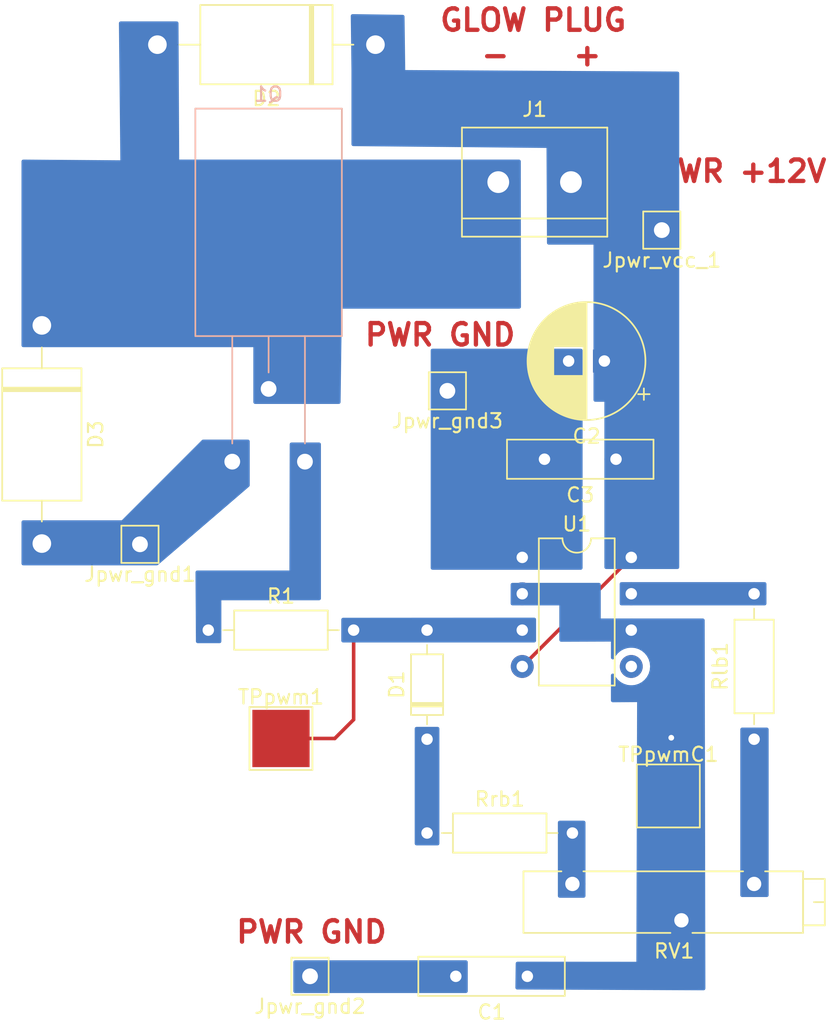
<source format=kicad_pcb>
(kicad_pcb (version 20171130) (host pcbnew 5.1.4-3.fc30)

  (general
    (thickness 1.6)
    (drawings 4)
    (tracks 7)
    (zones 0)
    (modules 19)
    (nets 13)
  )

  (page A4)
  (layers
    (0 F.Cu signal)
    (31 B.Cu signal)
    (32 B.Adhes user)
    (33 F.Adhes user)
    (34 B.Paste user)
    (35 F.Paste user)
    (36 B.SilkS user)
    (37 F.SilkS user)
    (38 B.Mask user)
    (39 F.Mask user)
    (40 Dwgs.User user)
    (41 Cmts.User user)
    (42 Eco1.User user)
    (43 Eco2.User user)
    (44 Edge.Cuts user)
    (45 Margin user)
    (46 B.CrtYd user)
    (47 F.CrtYd user)
    (48 B.Fab user hide)
    (49 F.Fab user hide)
  )

  (setup
    (last_trace_width 0.25)
    (trace_clearance 0.2)
    (zone_clearance 0.508)
    (zone_45_only no)
    (trace_min 0.2)
    (via_size 0.8)
    (via_drill 0.4)
    (via_min_size 0.4)
    (via_min_drill 0.3)
    (uvia_size 0.3)
    (uvia_drill 0.1)
    (uvias_allowed no)
    (uvia_min_size 0.2)
    (uvia_min_drill 0.1)
    (edge_width 0.1)
    (segment_width 0.2)
    (pcb_text_width 0.3)
    (pcb_text_size 1.5 1.5)
    (mod_edge_width 0.15)
    (mod_text_size 1 1)
    (mod_text_width 0.15)
    (pad_size 1.524 1.524)
    (pad_drill 0.762)
    (pad_to_mask_clearance 0)
    (aux_axis_origin 0 0)
    (visible_elements FFFFFF7F)
    (pcbplotparams
      (layerselection 0x28000_ffffffff)
      (usegerberextensions false)
      (usegerberattributes false)
      (usegerberadvancedattributes false)
      (creategerberjobfile false)
      (excludeedgelayer true)
      (linewidth 0.100000)
      (plotframeref false)
      (viasonmask false)
      (mode 1)
      (useauxorigin false)
      (hpglpennumber 1)
      (hpglpenspeed 20)
      (hpglpendiameter 15.000000)
      (psnegative false)
      (psa4output false)
      (plotreference true)
      (plotvalue true)
      (plotinvisibletext false)
      (padsonsilk false)
      (subtractmaskfromsilk false)
      (outputformat 4)
      (mirror false)
      (drillshape 2)
      (scaleselection 1)
      (outputdirectory "plots/"))
  )

  (net 0 "")
  (net 1 /U1_TR)
  (net 2 "Net-(D1-Pad2)")
  (net 3 "Net-(D1-Pad1)")
  (net 4 "Net-(D2-Pad2)")
  (net 5 /U1_DISCH)
  (net 6 "Net-(RV1-Pad3)")
  (net 7 "Net-(RV1-Pad1)")
  (net 8 /PWR_GND_2)
  (net 9 /PWR_VCC_1)
  (net 10 /PWR_GND_1)
  (net 11 /PWR_GND_3)
  (net 12 /PWM_OUT)

  (net_class Default "This is the default net class."
    (clearance 0.2)
    (trace_width 0.25)
    (via_dia 0.8)
    (via_drill 0.4)
    (uvia_dia 0.3)
    (uvia_drill 0.1)
    (add_net /PWM_OUT)
    (add_net /PWR_GND_1)
    (add_net /PWR_GND_2)
    (add_net /PWR_GND_3)
    (add_net /PWR_VCC_1)
    (add_net /U1_DISCH)
    (add_net /U1_TR)
    (add_net "Net-(D1-Pad1)")
    (add_net "Net-(D1-Pad2)")
    (add_net "Net-(D2-Pad2)")
    (add_net "Net-(RV1-Pad1)")
    (add_net "Net-(RV1-Pad3)")
    (add_net "Net-(U1-Pad5)")
  )

  (module TerminalBlock:TerminalBlock_bornier-2_P5.08mm (layer F.Cu) (tedit 59FF03AB) (tstamp 5E140914)
    (at 101.5492 32.766)
    (descr "simple 2-pin terminal block, pitch 5.08mm, revamped version of bornier2")
    (tags "terminal block bornier2")
    (path /5E07B595)
    (fp_text reference J1 (at 2.54 -5.08) (layer F.SilkS)
      (effects (font (size 1 1) (thickness 0.15)))
    )
    (fp_text value Conn_01x02_Female (at 2.54 5.08) (layer F.Fab)
      (effects (font (size 1 1) (thickness 0.15)))
    )
    (fp_line (start 7.79 4) (end -2.71 4) (layer F.CrtYd) (width 0.05))
    (fp_line (start 7.79 4) (end 7.79 -4) (layer F.CrtYd) (width 0.05))
    (fp_line (start -2.71 -4) (end -2.71 4) (layer F.CrtYd) (width 0.05))
    (fp_line (start -2.71 -4) (end 7.79 -4) (layer F.CrtYd) (width 0.05))
    (fp_line (start -2.54 3.81) (end 7.62 3.81) (layer F.SilkS) (width 0.12))
    (fp_line (start -2.54 -3.81) (end -2.54 3.81) (layer F.SilkS) (width 0.12))
    (fp_line (start 7.62 -3.81) (end -2.54 -3.81) (layer F.SilkS) (width 0.12))
    (fp_line (start 7.62 3.81) (end 7.62 -3.81) (layer F.SilkS) (width 0.12))
    (fp_line (start 7.62 2.54) (end -2.54 2.54) (layer F.SilkS) (width 0.12))
    (fp_line (start 7.54 -3.75) (end -2.46 -3.75) (layer F.Fab) (width 0.1))
    (fp_line (start 7.54 3.75) (end 7.54 -3.75) (layer F.Fab) (width 0.1))
    (fp_line (start -2.46 3.75) (end 7.54 3.75) (layer F.Fab) (width 0.1))
    (fp_line (start -2.46 -3.75) (end -2.46 3.75) (layer F.Fab) (width 0.1))
    (fp_line (start -2.41 2.55) (end 7.49 2.55) (layer F.Fab) (width 0.1))
    (fp_text user %R (at 2.54 0) (layer F.Fab)
      (effects (font (size 1 1) (thickness 0.15)))
    )
    (pad 2 thru_hole circle (at 5.08 0) (size 3 3) (drill 1.52) (layers *.Cu *.Mask)
      (net 9 /PWR_VCC_1))
    (pad 1 thru_hole rect (at 0 0) (size 3 3) (drill 1.52) (layers *.Cu *.Mask)
      (net 4 "Net-(D2-Pad2)"))
    (model ${KISYS3DMOD}/TerminalBlock.3dshapes/TerminalBlock_bornier-2_P5.08mm.wrl
      (offset (xyz 2.539999961853027 0 0))
      (scale (xyz 1 1 1))
      (rotate (xyz 0 0 0))
    )
  )

  (module Connector_Pin:Pin_D1.1mm_L8.5mm_W2.5mm_FlatFork (layer F.Cu) (tedit 5A1DC085) (tstamp 5E37746D)
    (at 97.9932 47.3456)
    (descr "solder Pin_ with flat fork, hole diameter 1.1mm, length 8.5mm, width 2.5mm")
    (tags "solder Pin_ with flat fork")
    (path /5E38430C)
    (fp_text reference Jpwr_gnd3 (at 0 2.1) (layer F.SilkS)
      (effects (font (size 1 1) (thickness 0.15)))
    )
    (fp_text value Conn_01x01_Female (at 0 -2.05) (layer F.Fab)
      (effects (font (size 1 1) (thickness 0.15)))
    )
    (fp_line (start 1.75 1.6) (end -1.75 1.6) (layer F.CrtYd) (width 0.05))
    (fp_line (start 1.75 1.6) (end 1.75 -1.6) (layer F.CrtYd) (width 0.05))
    (fp_line (start -1.75 -1.6) (end -1.75 1.6) (layer F.CrtYd) (width 0.05))
    (fp_line (start -1.75 -1.6) (end 1.75 -1.6) (layer F.CrtYd) (width 0.05))
    (fp_line (start 1.25 -0.25) (end -1.25 -0.25) (layer F.Fab) (width 0.12))
    (fp_line (start 1.25 0.25) (end 1.25 -0.25) (layer F.Fab) (width 0.12))
    (fp_line (start -1.25 0.25) (end 1.25 0.25) (layer F.Fab) (width 0.12))
    (fp_line (start -1.25 -0.25) (end -1.25 0.25) (layer F.Fab) (width 0.12))
    (fp_line (start -1.3 1.3) (end 1.3 1.3) (layer F.SilkS) (width 0.12))
    (fp_line (start 1.3 -1.3) (end 1.3 1.3) (layer F.SilkS) (width 0.12))
    (fp_line (start -1.3 -1.3) (end 1.3 -1.3) (layer F.SilkS) (width 0.12))
    (fp_line (start -1.3 1.3) (end -1.3 -1.3) (layer F.SilkS) (width 0.12))
    (fp_text user %R (at 0 2.1) (layer F.Fab)
      (effects (font (size 1 1) (thickness 0.15)))
    )
    (pad 1 thru_hole circle (at 0 0) (size 2.2 2.2) (drill 1.1) (layers *.Cu *.Mask)
      (net 11 /PWR_GND_3))
    (model ${KISYS3DMOD}/Connector_Pin.3dshapes/Pin_D1.1mm_L8.5mm_W2.5mm_FlatFork.wrl
      (at (xyz 0 0 0))
      (scale (xyz 1 1 1))
      (rotate (xyz 0 0 0))
    )
  )

  (module smoke-machine:TO-220-3-4_Horizontal_TabDown (layer B.Cu) (tedit 5E37A2E5) (tstamp 5E374F41)
    (at 88.0364 47.2112 180)
    (descr "TO-220-3, Horizontal, RM 2.54mm, see https://www.vishay.com/docs/66542/to-220-1.pdf")
    (tags "TO-220-3 Horizontal RM 2.54mm")
    (path /5E374851)
    (fp_text reference Q1 (at 2.54 20.58) (layer B.SilkS)
      (effects (font (size 1 1) (thickness 0.15)) (justify mirror))
    )
    (fp_text value IRFB3004PbF (at 2.54 -2) (layer B.Fab)
      (effects (font (size 1 1) (thickness 0.15)) (justify mirror))
    )
    (fp_text user %R (at 2.54 20.58) (layer B.Fab)
      (effects (font (size 1 1) (thickness 0.15)) (justify mirror))
    )
    (fp_line (start 7.79 19.71) (end -2.71 19.71) (layer B.CrtYd) (width 0.05))
    (fp_line (start 7.79 -1.25) (end 7.79 19.71) (layer B.CrtYd) (width 0.05))
    (fp_line (start -2.71 -1.25) (end 7.79 -1.25) (layer B.CrtYd) (width 0.05))
    (fp_line (start -2.71 19.71) (end -2.71 -1.25) (layer B.CrtYd) (width 0.05))
    (fp_line (start 5.08 3.69) (end 5.08 -3.81) (layer B.SilkS) (width 0.12))
    (fp_line (start 2.54 3.69) (end 2.54 1.15) (layer B.SilkS) (width 0.12))
    (fp_line (start 0 3.69) (end 0 -3.81) (layer B.SilkS) (width 0.12))
    (fp_line (start 7.66 19.58) (end 7.66 3.69) (layer B.SilkS) (width 0.12))
    (fp_line (start -2.58 19.58) (end -2.58 3.69) (layer B.SilkS) (width 0.12))
    (fp_line (start -2.58 19.58) (end 7.66 19.58) (layer B.SilkS) (width 0.12))
    (fp_line (start -2.58 3.69) (end 7.66 3.69) (layer B.SilkS) (width 0.12))
    (fp_line (start 5.08 3.81) (end 5.08 -5.08) (layer B.Fab) (width 0.1))
    (fp_line (start 2.54 3.81) (end 2.54 0) (layer B.Fab) (width 0.1))
    (fp_line (start 0 3.81) (end 0 -5.08) (layer B.Fab) (width 0.1))
    (fp_line (start 7.54 3.81) (end -2.46 3.81) (layer B.Fab) (width 0.1))
    (fp_line (start 7.54 13.06) (end 7.54 3.81) (layer B.Fab) (width 0.1))
    (fp_line (start -2.46 13.06) (end 7.54 13.06) (layer B.Fab) (width 0.1))
    (fp_line (start -2.46 3.81) (end -2.46 13.06) (layer B.Fab) (width 0.1))
    (fp_line (start 7.54 13.06) (end -2.46 13.06) (layer B.Fab) (width 0.1))
    (fp_line (start 7.54 19.46) (end 7.54 13.06) (layer B.Fab) (width 0.1))
    (fp_line (start -2.46 19.46) (end 7.54 19.46) (layer B.Fab) (width 0.1))
    (fp_line (start -2.46 13.06) (end -2.46 19.46) (layer B.Fab) (width 0.1))
    (fp_circle (center 2.54 16.66) (end 4.39 16.66) (layer B.Fab) (width 0.1))
    (pad 4 connect rect (at 2.54 8.4 180) (size 9.85 9.3) (layers B.Cu B.Mask)
      (net 4 "Net-(D2-Pad2)") (zone_connect 2))
    (pad 3 thru_hole oval (at 5.08 -5.08 180) (size 1.905 2) (drill 1.1) (layers *.Cu *.Mask)
      (net 10 /PWR_GND_1))
    (pad 2 thru_hole oval (at 2.54 0 180) (size 1.905 2) (drill 1.1) (layers *.Cu *.Mask)
      (net 4 "Net-(D2-Pad2)"))
    (pad 1 thru_hole rect (at 0 -5.08 180) (size 1.905 2) (drill 1.1) (layers *.Cu *.Mask)
      (net 12 /PWM_OUT))
    (model ${KISYS3DMOD}/Package_TO_SOT_THT.3dshapes/TO-220-3_Horizontal_TabDown.wrl
      (at (xyz 0 0 0))
      (scale (xyz 1 1 1))
      (rotate (xyz 0 0 0))
    )
  )

  (module Diode_THT:D_DO-201AE_P15.24mm_Horizontal (layer F.Cu) (tedit 5AE50CD5) (tstamp 5E373C92)
    (at 69.6468 42.7736 270)
    (descr "Diode, DO-201AE series, Axial, Horizontal, pin pitch=15.24mm, , length*diameter=9*5.3mm^2, , http://www.farnell.com/datasheets/529758.pdf")
    (tags "Diode DO-201AE series Axial Horizontal pin pitch 15.24mm  length 9mm diameter 5.3mm")
    (path /5E384673)
    (fp_text reference D3 (at 7.62 -3.77 90) (layer F.SilkS)
      (effects (font (size 1 1) (thickness 0.15)))
    )
    (fp_text value 1.5KExxA (at 7.62 3.77 90) (layer F.Fab)
      (effects (font (size 1 1) (thickness 0.15)))
    )
    (fp_text user K (at 0 -2.3 90) (layer F.Fab)
      (effects (font (size 1 1) (thickness 0.15)))
    )
    (fp_text user K (at 0 -2.3 90) (layer F.Fab)
      (effects (font (size 1 1) (thickness 0.15)))
    )
    (fp_text user %R (at 8.295 0 90) (layer F.Fab)
      (effects (font (size 1 1) (thickness 0.15)))
    )
    (fp_line (start 16.79 -2.9) (end -1.55 -2.9) (layer F.CrtYd) (width 0.05))
    (fp_line (start 16.79 2.9) (end 16.79 -2.9) (layer F.CrtYd) (width 0.05))
    (fp_line (start -1.55 2.9) (end 16.79 2.9) (layer F.CrtYd) (width 0.05))
    (fp_line (start -1.55 -2.9) (end -1.55 2.9) (layer F.CrtYd) (width 0.05))
    (fp_line (start 4.35 -2.77) (end 4.35 2.77) (layer F.SilkS) (width 0.12))
    (fp_line (start 4.59 -2.77) (end 4.59 2.77) (layer F.SilkS) (width 0.12))
    (fp_line (start 4.47 -2.77) (end 4.47 2.77) (layer F.SilkS) (width 0.12))
    (fp_line (start 13.7 0) (end 12.24 0) (layer F.SilkS) (width 0.12))
    (fp_line (start 1.54 0) (end 3 0) (layer F.SilkS) (width 0.12))
    (fp_line (start 12.24 -2.77) (end 3 -2.77) (layer F.SilkS) (width 0.12))
    (fp_line (start 12.24 2.77) (end 12.24 -2.77) (layer F.SilkS) (width 0.12))
    (fp_line (start 3 2.77) (end 12.24 2.77) (layer F.SilkS) (width 0.12))
    (fp_line (start 3 -2.77) (end 3 2.77) (layer F.SilkS) (width 0.12))
    (fp_line (start 4.37 -2.65) (end 4.37 2.65) (layer F.Fab) (width 0.1))
    (fp_line (start 4.57 -2.65) (end 4.57 2.65) (layer F.Fab) (width 0.1))
    (fp_line (start 4.47 -2.65) (end 4.47 2.65) (layer F.Fab) (width 0.1))
    (fp_line (start 15.24 0) (end 12.12 0) (layer F.Fab) (width 0.1))
    (fp_line (start 0 0) (end 3.12 0) (layer F.Fab) (width 0.1))
    (fp_line (start 12.12 -2.65) (end 3.12 -2.65) (layer F.Fab) (width 0.1))
    (fp_line (start 12.12 2.65) (end 12.12 -2.65) (layer F.Fab) (width 0.1))
    (fp_line (start 3.12 2.65) (end 12.12 2.65) (layer F.Fab) (width 0.1))
    (fp_line (start 3.12 -2.65) (end 3.12 2.65) (layer F.Fab) (width 0.1))
    (pad 2 thru_hole oval (at 15.24 0 270) (size 2.6 2.6) (drill 1.3) (layers *.Cu *.Mask)
      (net 10 /PWR_GND_1))
    (pad 1 thru_hole rect (at 0 0 270) (size 2.6 2.6) (drill 1.3) (layers *.Cu *.Mask)
      (net 4 "Net-(D2-Pad2)"))
    (model ${KISYS3DMOD}/Diode_THT.3dshapes/D_DO-201AE_P15.24mm_Horizontal.wrl
      (at (xyz 0 0 0))
      (scale (xyz 1 1 1))
      (rotate (xyz 0 0 0))
    )
  )

  (module Diode_THT:D_DO-201AE_P15.24mm_Horizontal (layer F.Cu) (tedit 5AE50CD5) (tstamp 5E373C73)
    (at 92.964 23.1648 180)
    (descr "Diode, DO-201AE series, Axial, Horizontal, pin pitch=15.24mm, , length*diameter=9*5.3mm^2, , http://www.farnell.com/datasheets/529758.pdf")
    (tags "Diode DO-201AE series Axial Horizontal pin pitch 15.24mm  length 9mm diameter 5.3mm")
    (path /5E375CAA)
    (fp_text reference D2 (at 7.62 -3.77) (layer F.SilkS)
      (effects (font (size 1 1) (thickness 0.15)))
    )
    (fp_text value 1.5KExxA (at 7.62 3.77) (layer F.Fab)
      (effects (font (size 1 1) (thickness 0.15)))
    )
    (fp_text user K (at 0 -2.3) (layer F.Fab)
      (effects (font (size 1 1) (thickness 0.15)))
    )
    (fp_text user K (at 0 -2.3) (layer F.Fab)
      (effects (font (size 1 1) (thickness 0.15)))
    )
    (fp_text user %R (at 8.295 0) (layer F.Fab)
      (effects (font (size 1 1) (thickness 0.15)))
    )
    (fp_line (start 16.79 -2.9) (end -1.55 -2.9) (layer F.CrtYd) (width 0.05))
    (fp_line (start 16.79 2.9) (end 16.79 -2.9) (layer F.CrtYd) (width 0.05))
    (fp_line (start -1.55 2.9) (end 16.79 2.9) (layer F.CrtYd) (width 0.05))
    (fp_line (start -1.55 -2.9) (end -1.55 2.9) (layer F.CrtYd) (width 0.05))
    (fp_line (start 4.35 -2.77) (end 4.35 2.77) (layer F.SilkS) (width 0.12))
    (fp_line (start 4.59 -2.77) (end 4.59 2.77) (layer F.SilkS) (width 0.12))
    (fp_line (start 4.47 -2.77) (end 4.47 2.77) (layer F.SilkS) (width 0.12))
    (fp_line (start 13.7 0) (end 12.24 0) (layer F.SilkS) (width 0.12))
    (fp_line (start 1.54 0) (end 3 0) (layer F.SilkS) (width 0.12))
    (fp_line (start 12.24 -2.77) (end 3 -2.77) (layer F.SilkS) (width 0.12))
    (fp_line (start 12.24 2.77) (end 12.24 -2.77) (layer F.SilkS) (width 0.12))
    (fp_line (start 3 2.77) (end 12.24 2.77) (layer F.SilkS) (width 0.12))
    (fp_line (start 3 -2.77) (end 3 2.77) (layer F.SilkS) (width 0.12))
    (fp_line (start 4.37 -2.65) (end 4.37 2.65) (layer F.Fab) (width 0.1))
    (fp_line (start 4.57 -2.65) (end 4.57 2.65) (layer F.Fab) (width 0.1))
    (fp_line (start 4.47 -2.65) (end 4.47 2.65) (layer F.Fab) (width 0.1))
    (fp_line (start 15.24 0) (end 12.12 0) (layer F.Fab) (width 0.1))
    (fp_line (start 0 0) (end 3.12 0) (layer F.Fab) (width 0.1))
    (fp_line (start 12.12 -2.65) (end 3.12 -2.65) (layer F.Fab) (width 0.1))
    (fp_line (start 12.12 2.65) (end 12.12 -2.65) (layer F.Fab) (width 0.1))
    (fp_line (start 3.12 2.65) (end 12.12 2.65) (layer F.Fab) (width 0.1))
    (fp_line (start 3.12 -2.65) (end 3.12 2.65) (layer F.Fab) (width 0.1))
    (pad 2 thru_hole oval (at 15.24 0 180) (size 2.6 2.6) (drill 1.3) (layers *.Cu *.Mask)
      (net 4 "Net-(D2-Pad2)"))
    (pad 1 thru_hole rect (at 0 0 180) (size 2.6 2.6) (drill 1.3) (layers *.Cu *.Mask)
      (net 9 /PWR_VCC_1))
    (model ${KISYS3DMOD}/Diode_THT.3dshapes/D_DO-201AE_P15.24mm_Horizontal.wrl
      (at (xyz 0 0 0))
      (scale (xyz 1 1 1))
      (rotate (xyz 0 0 0))
    )
  )

  (module Capacitor_THT:C_Disc_D10.0mm_W2.5mm_P5.00mm (layer F.Cu) (tedit 5AE50EF0) (tstamp 5E37720D)
    (at 109.7788 52.1208 180)
    (descr "C, Disc series, Radial, pin pitch=5.00mm, , diameter*width=10*2.5mm^2, Capacitor, http://cdn-reichelt.de/documents/datenblatt/B300/DS_KERKO_TC.pdf")
    (tags "C Disc series Radial pin pitch 5.00mm  diameter 10mm width 2.5mm Capacitor")
    (path /5E38C05F)
    (fp_text reference C3 (at 2.5 -2.5) (layer F.SilkS)
      (effects (font (size 1 1) (thickness 0.15)))
    )
    (fp_text value 0.1u (at 2.5 2.5) (layer F.Fab)
      (effects (font (size 1 1) (thickness 0.15)))
    )
    (fp_text user %R (at 2.5 0) (layer F.Fab)
      (effects (font (size 1 1) (thickness 0.15)))
    )
    (fp_line (start 7.75 -1.5) (end -2.75 -1.5) (layer F.CrtYd) (width 0.05))
    (fp_line (start 7.75 1.5) (end 7.75 -1.5) (layer F.CrtYd) (width 0.05))
    (fp_line (start -2.75 1.5) (end 7.75 1.5) (layer F.CrtYd) (width 0.05))
    (fp_line (start -2.75 -1.5) (end -2.75 1.5) (layer F.CrtYd) (width 0.05))
    (fp_line (start 7.62 -1.37) (end 7.62 1.37) (layer F.SilkS) (width 0.12))
    (fp_line (start -2.62 -1.37) (end -2.62 1.37) (layer F.SilkS) (width 0.12))
    (fp_line (start -2.62 1.37) (end 7.62 1.37) (layer F.SilkS) (width 0.12))
    (fp_line (start -2.62 -1.37) (end 7.62 -1.37) (layer F.SilkS) (width 0.12))
    (fp_line (start 7.5 -1.25) (end -2.5 -1.25) (layer F.Fab) (width 0.1))
    (fp_line (start 7.5 1.25) (end 7.5 -1.25) (layer F.Fab) (width 0.1))
    (fp_line (start -2.5 1.25) (end 7.5 1.25) (layer F.Fab) (width 0.1))
    (fp_line (start -2.5 -1.25) (end -2.5 1.25) (layer F.Fab) (width 0.1))
    (pad 2 thru_hole circle (at 5 0 180) (size 1.6 1.6) (drill 0.8) (layers *.Cu *.Mask)
      (net 11 /PWR_GND_3))
    (pad 1 thru_hole circle (at 0 0 180) (size 1.6 1.6) (drill 0.8) (layers *.Cu *.Mask)
      (net 9 /PWR_VCC_1))
    (model ${KISYS3DMOD}/Capacitor_THT.3dshapes/C_Disc_D10.0mm_W2.5mm_P5.00mm.wrl
      (at (xyz 0 0 0))
      (scale (xyz 1 1 1))
      (rotate (xyz 0 0 0))
    )
  )

  (module Potentiometer_THT:Potentiometer_Bourns_3005_Horizontal (layer F.Cu) (tedit 5A3D4994) (tstamp 5E1409FA)
    (at 106.7308 81.788 180)
    (descr "Potentiometer, horizontal, Bourns 3005, http://www.bourns.com/docs/Product-Datasheets/3005.pdf")
    (tags "Potentiometer horizontal Bourns 3005")
    (path /5E0D270E)
    (fp_text reference RV1 (at -7.11 -4.69) (layer F.SilkS)
      (effects (font (size 1 1) (thickness 0.15)))
    )
    (fp_text value 100k (at -7.11 2.15) (layer F.Fab)
      (effects (font (size 1 1) (thickness 0.15)))
    )
    (fp_text user %R (at -6.35 -1.27) (layer F.Fab)
      (effects (font (size 1 1) (thickness 0.15)))
    )
    (fp_line (start 3.6 -3.7) (end -17.8 -3.7) (layer F.CrtYd) (width 0.05))
    (fp_line (start 3.6 1.2) (end 3.6 -3.7) (layer F.CrtYd) (width 0.05))
    (fp_line (start -17.8 1.2) (end 3.6 1.2) (layer F.CrtYd) (width 0.05))
    (fp_line (start -17.8 -3.7) (end -17.8 1.2) (layer F.CrtYd) (width 0.05))
    (fp_line (start -17.64 -1.27) (end -16.881 -1.27) (layer F.SilkS) (width 0.12))
    (fp_line (start -16.121 -2.89) (end -16.121 0.35) (layer F.SilkS) (width 0.12))
    (fp_line (start -17.64 -2.89) (end -17.64 0.35) (layer F.SilkS) (width 0.12))
    (fp_line (start -17.64 0.35) (end -16.121 0.35) (layer F.SilkS) (width 0.12))
    (fp_line (start -17.64 -2.89) (end -16.121 -2.89) (layer F.SilkS) (width 0.12))
    (fp_line (start 3.42 -3.42) (end 3.42 0.88) (layer F.SilkS) (width 0.12))
    (fp_line (start -16.12 -3.42) (end -16.12 0.88) (layer F.SilkS) (width 0.12))
    (fp_line (start -11.93 0.88) (end -0.769 0.88) (layer F.SilkS) (width 0.12))
    (fp_line (start -16.12 0.88) (end -13.469 0.88) (layer F.SilkS) (width 0.12))
    (fp_line (start 0.77 0.88) (end 3.42 0.88) (layer F.SilkS) (width 0.12))
    (fp_line (start -6.85 -3.42) (end 3.42 -3.42) (layer F.SilkS) (width 0.12))
    (fp_line (start -16.12 -3.42) (end -8.389 -3.42) (layer F.SilkS) (width 0.12))
    (fp_line (start -17.52 -1.27) (end -16.76 -1.27) (layer F.Fab) (width 0.1))
    (fp_line (start -16 -2.77) (end -17.52 -2.77) (layer F.Fab) (width 0.1))
    (fp_line (start -16 0.23) (end -16 -2.77) (layer F.Fab) (width 0.1))
    (fp_line (start -17.52 0.23) (end -16 0.23) (layer F.Fab) (width 0.1))
    (fp_line (start -17.52 -2.77) (end -17.52 0.23) (layer F.Fab) (width 0.1))
    (fp_line (start 3.3 -3.3) (end -16 -3.3) (layer F.Fab) (width 0.1))
    (fp_line (start 3.3 0.76) (end 3.3 -3.3) (layer F.Fab) (width 0.1))
    (fp_line (start -16 0.76) (end 3.3 0.76) (layer F.Fab) (width 0.1))
    (fp_line (start -16 -3.3) (end -16 0.76) (layer F.Fab) (width 0.1))
    (pad 3 thru_hole circle (at -12.7 0 180) (size 1.8 1.8) (drill 1) (layers *.Cu *.Mask)
      (net 6 "Net-(RV1-Pad3)"))
    (pad 2 thru_hole circle (at -7.62 -2.54 180) (size 1.8 1.8) (drill 1) (layers *.Cu *.Mask)
      (net 1 /U1_TR))
    (pad 1 thru_hole circle (at 0 0 180) (size 1.8 1.8) (drill 1) (layers *.Cu *.Mask)
      (net 7 "Net-(RV1-Pad1)"))
    (model ${KISYS3DMOD}/Potentiometer_THT.3dshapes/Potentiometer_Bourns_3005_Horizontal.wrl
      (at (xyz 0 0 0))
      (scale (xyz 1 1 1))
      (rotate (xyz 0 0 0))
    )
  )

  (module Resistor_THT:R_Axial_DIN0207_L6.3mm_D2.5mm_P10.16mm_Horizontal (layer F.Cu) (tedit 5AE5139B) (tstamp 5E1409AC)
    (at 81.28 64.0588)
    (descr "Resistor, Axial_DIN0207 series, Axial, Horizontal, pin pitch=10.16mm, 0.25W = 1/4W, length*diameter=6.3*2.5mm^2, http://cdn-reichelt.de/documents/datenblatt/B400/1_4W%23YAG.pdf")
    (tags "Resistor Axial_DIN0207 series Axial Horizontal pin pitch 10.16mm 0.25W = 1/4W length 6.3mm diameter 2.5mm")
    (path /5E12CDC7)
    (fp_text reference R1 (at 5.08 -2.37) (layer F.SilkS)
      (effects (font (size 1 1) (thickness 0.15)))
    )
    (fp_text value 100..1k (at 5.08 2.37) (layer F.Fab)
      (effects (font (size 1 1) (thickness 0.15)))
    )
    (fp_text user %R (at 5.08 0) (layer F.Fab)
      (effects (font (size 1 1) (thickness 0.15)))
    )
    (fp_line (start 11.21 -1.5) (end -1.05 -1.5) (layer F.CrtYd) (width 0.05))
    (fp_line (start 11.21 1.5) (end 11.21 -1.5) (layer F.CrtYd) (width 0.05))
    (fp_line (start -1.05 1.5) (end 11.21 1.5) (layer F.CrtYd) (width 0.05))
    (fp_line (start -1.05 -1.5) (end -1.05 1.5) (layer F.CrtYd) (width 0.05))
    (fp_line (start 9.12 0) (end 8.35 0) (layer F.SilkS) (width 0.12))
    (fp_line (start 1.04 0) (end 1.81 0) (layer F.SilkS) (width 0.12))
    (fp_line (start 8.35 -1.37) (end 1.81 -1.37) (layer F.SilkS) (width 0.12))
    (fp_line (start 8.35 1.37) (end 8.35 -1.37) (layer F.SilkS) (width 0.12))
    (fp_line (start 1.81 1.37) (end 8.35 1.37) (layer F.SilkS) (width 0.12))
    (fp_line (start 1.81 -1.37) (end 1.81 1.37) (layer F.SilkS) (width 0.12))
    (fp_line (start 10.16 0) (end 8.23 0) (layer F.Fab) (width 0.1))
    (fp_line (start 0 0) (end 1.93 0) (layer F.Fab) (width 0.1))
    (fp_line (start 8.23 -1.25) (end 1.93 -1.25) (layer F.Fab) (width 0.1))
    (fp_line (start 8.23 1.25) (end 8.23 -1.25) (layer F.Fab) (width 0.1))
    (fp_line (start 1.93 1.25) (end 8.23 1.25) (layer F.Fab) (width 0.1))
    (fp_line (start 1.93 -1.25) (end 1.93 1.25) (layer F.Fab) (width 0.1))
    (pad 2 thru_hole oval (at 10.16 0) (size 1.6 1.6) (drill 0.8) (layers *.Cu *.Mask)
      (net 2 "Net-(D1-Pad2)"))
    (pad 1 thru_hole circle (at 0 0) (size 1.6 1.6) (drill 0.8) (layers *.Cu *.Mask)
      (net 12 /PWM_OUT))
    (model ${KISYS3DMOD}/Resistor_THT.3dshapes/R_Axial_DIN0207_L6.3mm_D2.5mm_P10.16mm_Horizontal.wrl
      (at (xyz 0 0 0))
      (scale (xyz 1 1 1))
      (rotate (xyz 0 0 0))
    )
  )

  (module Connector_Pin:Pin_D1.1mm_L8.5mm_W2.5mm_FlatFork (layer F.Cu) (tedit 5A1DC085) (tstamp 5E37743A)
    (at 112.9792 36.1188)
    (descr "solder Pin_ with flat fork, hole diameter 1.1mm, length 8.5mm, width 2.5mm")
    (tags "solder Pin_ with flat fork")
    (path /5E19E7DB)
    (fp_text reference Jpwr_vcc_1 (at 0 2.1) (layer F.SilkS)
      (effects (font (size 1 1) (thickness 0.15)))
    )
    (fp_text value Conn_01x01_Female (at 0 -2.05) (layer F.Fab)
      (effects (font (size 1 1) (thickness 0.15)))
    )
    (fp_line (start 1.75 1.6) (end -1.75 1.6) (layer F.CrtYd) (width 0.05))
    (fp_line (start 1.75 1.6) (end 1.75 -1.6) (layer F.CrtYd) (width 0.05))
    (fp_line (start -1.75 -1.6) (end -1.75 1.6) (layer F.CrtYd) (width 0.05))
    (fp_line (start -1.75 -1.6) (end 1.75 -1.6) (layer F.CrtYd) (width 0.05))
    (fp_line (start 1.25 -0.25) (end -1.25 -0.25) (layer F.Fab) (width 0.12))
    (fp_line (start 1.25 0.25) (end 1.25 -0.25) (layer F.Fab) (width 0.12))
    (fp_line (start -1.25 0.25) (end 1.25 0.25) (layer F.Fab) (width 0.12))
    (fp_line (start -1.25 -0.25) (end -1.25 0.25) (layer F.Fab) (width 0.12))
    (fp_line (start -1.3 1.3) (end 1.3 1.3) (layer F.SilkS) (width 0.12))
    (fp_line (start 1.3 -1.3) (end 1.3 1.3) (layer F.SilkS) (width 0.12))
    (fp_line (start -1.3 -1.3) (end 1.3 -1.3) (layer F.SilkS) (width 0.12))
    (fp_line (start -1.3 1.3) (end -1.3 -1.3) (layer F.SilkS) (width 0.12))
    (fp_text user %R (at 0 2.1) (layer F.Fab)
      (effects (font (size 1 1) (thickness 0.15)))
    )
    (pad 1 thru_hole circle (at 0 0) (size 2.2 2.2) (drill 1.1) (layers *.Cu *.Mask)
      (net 9 /PWR_VCC_1))
    (model ${KISYS3DMOD}/Connector_Pin.3dshapes/Pin_D1.1mm_L8.5mm_W2.5mm_FlatFork.wrl
      (at (xyz 0 0 0))
      (scale (xyz 1 1 1))
      (rotate (xyz 0 0 0))
    )
  )

  (module Connector_Pin:Pin_D1.1mm_L8.5mm_W2.5mm_FlatFork (layer F.Cu) (tedit 5A1DC085) (tstamp 5E1436DE)
    (at 76.5048 58.0644)
    (descr "solder Pin_ with flat fork, hole diameter 1.1mm, length 8.5mm, width 2.5mm")
    (tags "solder Pin_ with flat fork")
    (path /5E1A65EF)
    (fp_text reference Jpwr_gnd1 (at 0 2.1) (layer F.SilkS)
      (effects (font (size 1 1) (thickness 0.15)))
    )
    (fp_text value Conn_01x01_Female (at 0 -2.05) (layer F.Fab)
      (effects (font (size 1 1) (thickness 0.15)))
    )
    (fp_line (start 1.75 1.6) (end -1.75 1.6) (layer F.CrtYd) (width 0.05))
    (fp_line (start 1.75 1.6) (end 1.75 -1.6) (layer F.CrtYd) (width 0.05))
    (fp_line (start -1.75 -1.6) (end -1.75 1.6) (layer F.CrtYd) (width 0.05))
    (fp_line (start -1.75 -1.6) (end 1.75 -1.6) (layer F.CrtYd) (width 0.05))
    (fp_line (start 1.25 -0.25) (end -1.25 -0.25) (layer F.Fab) (width 0.12))
    (fp_line (start 1.25 0.25) (end 1.25 -0.25) (layer F.Fab) (width 0.12))
    (fp_line (start -1.25 0.25) (end 1.25 0.25) (layer F.Fab) (width 0.12))
    (fp_line (start -1.25 -0.25) (end -1.25 0.25) (layer F.Fab) (width 0.12))
    (fp_line (start -1.3 1.3) (end 1.3 1.3) (layer F.SilkS) (width 0.12))
    (fp_line (start 1.3 -1.3) (end 1.3 1.3) (layer F.SilkS) (width 0.12))
    (fp_line (start -1.3 -1.3) (end 1.3 -1.3) (layer F.SilkS) (width 0.12))
    (fp_line (start -1.3 1.3) (end -1.3 -1.3) (layer F.SilkS) (width 0.12))
    (fp_text user %R (at 0 2.1) (layer F.Fab)
      (effects (font (size 1 1) (thickness 0.15)))
    )
    (pad 1 thru_hole circle (at 0 0) (size 2.2 2.2) (drill 1.1) (layers *.Cu *.Mask)
      (net 10 /PWR_GND_1))
    (model ${KISYS3DMOD}/Connector_Pin.3dshapes/Pin_D1.1mm_L8.5mm_W2.5mm_FlatFork.wrl
      (at (xyz 0 0 0))
      (scale (xyz 1 1 1))
      (rotate (xyz 0 0 0))
    )
  )

  (module Connector_Pin:Pin_D1.1mm_L8.5mm_W2.5mm_FlatFork (layer F.Cu) (tedit 5A1DC085) (tstamp 5E1436AB)
    (at 88.392 88.2396)
    (descr "solder Pin_ with flat fork, hole diameter 1.1mm, length 8.5mm, width 2.5mm")
    (tags "solder Pin_ with flat fork")
    (path /5E198AF4)
    (fp_text reference Jpwr_gnd2 (at 0 2.1) (layer F.SilkS)
      (effects (font (size 1 1) (thickness 0.15)))
    )
    (fp_text value Conn_01x01_Female (at 0 -2.05) (layer F.Fab)
      (effects (font (size 1 1) (thickness 0.15)))
    )
    (fp_line (start 1.75 1.6) (end -1.75 1.6) (layer F.CrtYd) (width 0.05))
    (fp_line (start 1.75 1.6) (end 1.75 -1.6) (layer F.CrtYd) (width 0.05))
    (fp_line (start -1.75 -1.6) (end -1.75 1.6) (layer F.CrtYd) (width 0.05))
    (fp_line (start -1.75 -1.6) (end 1.75 -1.6) (layer F.CrtYd) (width 0.05))
    (fp_line (start 1.25 -0.25) (end -1.25 -0.25) (layer F.Fab) (width 0.12))
    (fp_line (start 1.25 0.25) (end 1.25 -0.25) (layer F.Fab) (width 0.12))
    (fp_line (start -1.25 0.25) (end 1.25 0.25) (layer F.Fab) (width 0.12))
    (fp_line (start -1.25 -0.25) (end -1.25 0.25) (layer F.Fab) (width 0.12))
    (fp_line (start -1.3 1.3) (end 1.3 1.3) (layer F.SilkS) (width 0.12))
    (fp_line (start 1.3 -1.3) (end 1.3 1.3) (layer F.SilkS) (width 0.12))
    (fp_line (start -1.3 -1.3) (end 1.3 -1.3) (layer F.SilkS) (width 0.12))
    (fp_line (start -1.3 1.3) (end -1.3 -1.3) (layer F.SilkS) (width 0.12))
    (fp_text user %R (at 0 2.1) (layer F.Fab)
      (effects (font (size 1 1) (thickness 0.15)))
    )
    (pad 1 thru_hole circle (at 0 0) (size 2.2 2.2) (drill 1.1) (layers *.Cu *.Mask)
      (net 8 /PWR_GND_2))
    (model ${KISYS3DMOD}/Connector_Pin.3dshapes/Pin_D1.1mm_L8.5mm_W2.5mm_FlatFork.wrl
      (at (xyz 0 0 0))
      (scale (xyz 1 1 1))
      (rotate (xyz 0 0 0))
    )
  )

  (module Package_DIP:DIP-8_W7.62mm (layer F.Cu) (tedit 5A02E8C5) (tstamp 5E1437A0)
    (at 103.2256 58.9788)
    (descr "8-lead though-hole mounted DIP package, row spacing 7.62 mm (300 mils)")
    (tags "THT DIP DIL PDIP 2.54mm 7.62mm 300mil")
    (path /5E0CF761)
    (fp_text reference U1 (at 3.81 -2.33) (layer F.SilkS)
      (effects (font (size 1 1) (thickness 0.15)))
    )
    (fp_text value NE555 (at 3.81 9.95) (layer F.Fab)
      (effects (font (size 1 1) (thickness 0.15)))
    )
    (fp_text user %R (at 3.81 3.81) (layer F.Fab)
      (effects (font (size 1 1) (thickness 0.15)))
    )
    (fp_line (start 8.7 -1.55) (end -1.1 -1.55) (layer F.CrtYd) (width 0.05))
    (fp_line (start 8.7 9.15) (end 8.7 -1.55) (layer F.CrtYd) (width 0.05))
    (fp_line (start -1.1 9.15) (end 8.7 9.15) (layer F.CrtYd) (width 0.05))
    (fp_line (start -1.1 -1.55) (end -1.1 9.15) (layer F.CrtYd) (width 0.05))
    (fp_line (start 6.46 -1.33) (end 4.81 -1.33) (layer F.SilkS) (width 0.12))
    (fp_line (start 6.46 8.95) (end 6.46 -1.33) (layer F.SilkS) (width 0.12))
    (fp_line (start 1.16 8.95) (end 6.46 8.95) (layer F.SilkS) (width 0.12))
    (fp_line (start 1.16 -1.33) (end 1.16 8.95) (layer F.SilkS) (width 0.12))
    (fp_line (start 2.81 -1.33) (end 1.16 -1.33) (layer F.SilkS) (width 0.12))
    (fp_line (start 0.635 -0.27) (end 1.635 -1.27) (layer F.Fab) (width 0.1))
    (fp_line (start 0.635 8.89) (end 0.635 -0.27) (layer F.Fab) (width 0.1))
    (fp_line (start 6.985 8.89) (end 0.635 8.89) (layer F.Fab) (width 0.1))
    (fp_line (start 6.985 -1.27) (end 6.985 8.89) (layer F.Fab) (width 0.1))
    (fp_line (start 1.635 -1.27) (end 6.985 -1.27) (layer F.Fab) (width 0.1))
    (fp_arc (start 3.81 -1.33) (end 2.81 -1.33) (angle -180) (layer F.SilkS) (width 0.12))
    (pad 8 thru_hole oval (at 7.62 0) (size 1.6 1.6) (drill 0.8) (layers *.Cu *.Mask)
      (net 9 /PWR_VCC_1))
    (pad 4 thru_hole oval (at 0 7.62) (size 1.6 1.6) (drill 0.8) (layers *.Cu *.Mask)
      (net 9 /PWR_VCC_1))
    (pad 7 thru_hole oval (at 7.62 2.54) (size 1.6 1.6) (drill 0.8) (layers *.Cu *.Mask)
      (net 5 /U1_DISCH))
    (pad 3 thru_hole oval (at 0 5.08) (size 1.6 1.6) (drill 0.8) (layers *.Cu *.Mask)
      (net 2 "Net-(D1-Pad2)"))
    (pad 6 thru_hole oval (at 7.62 5.08) (size 1.6 1.6) (drill 0.8) (layers *.Cu *.Mask)
      (net 1 /U1_TR))
    (pad 2 thru_hole oval (at 0 2.54) (size 1.6 1.6) (drill 0.8) (layers *.Cu *.Mask)
      (net 1 /U1_TR))
    (pad 5 thru_hole oval (at 7.62 7.62) (size 1.6 1.6) (drill 0.8) (layers *.Cu *.Mask))
    (pad 1 thru_hole rect (at 0 0) (size 1.6 1.6) (drill 0.8) (layers *.Cu *.Mask)
      (net 11 /PWR_GND_3))
    (model ${KISYS3DMOD}/Package_DIP.3dshapes/DIP-8_W7.62mm.wrl
      (at (xyz 0 0 0))
      (scale (xyz 1 1 1))
      (rotate (xyz 0 0 0))
    )
  )

  (module TestPoint:TestPoint_Pad_4.0x4.0mm (layer F.Cu) (tedit 5A0F774F) (tstamp 5E140A16)
    (at 113.4364 75.6412)
    (descr "SMD rectangular pad as test Point, square 4.0mm side length")
    (tags "test point SMD pad rectangle square")
    (path /5E10759A)
    (attr virtual)
    (fp_text reference TPpwmC1 (at 0 -2.898) (layer F.SilkS)
      (effects (font (size 1 1) (thickness 0.15)))
    )
    (fp_text value TestPoint (at 0 3.1) (layer F.Fab)
      (effects (font (size 1 1) (thickness 0.15)))
    )
    (fp_line (start 2.5 2.5) (end -2.5 2.5) (layer F.CrtYd) (width 0.05))
    (fp_line (start 2.5 2.5) (end 2.5 -2.5) (layer F.CrtYd) (width 0.05))
    (fp_line (start -2.5 -2.5) (end -2.5 2.5) (layer F.CrtYd) (width 0.05))
    (fp_line (start -2.5 -2.5) (end 2.5 -2.5) (layer F.CrtYd) (width 0.05))
    (fp_line (start -2.2 2.2) (end -2.2 -2.2) (layer F.SilkS) (width 0.12))
    (fp_line (start 2.2 2.2) (end -2.2 2.2) (layer F.SilkS) (width 0.12))
    (fp_line (start 2.2 -2.2) (end 2.2 2.2) (layer F.SilkS) (width 0.12))
    (fp_line (start -2.2 -2.2) (end 2.2 -2.2) (layer F.SilkS) (width 0.12))
    (fp_text user %R (at 0 -2.9) (layer F.Fab)
      (effects (font (size 1 1) (thickness 0.15)))
    )
    (pad 1 smd rect (at 0 0) (size 4 4) (layers F.Cu F.Mask)
      (net 1 /U1_TR))
  )

  (module TestPoint:TestPoint_Pad_4.0x4.0mm (layer F.Cu) (tedit 5A0F774F) (tstamp 5E140A08)
    (at 86.36 71.628)
    (descr "SMD rectangular pad as test Point, square 4.0mm side length")
    (tags "test point SMD pad rectangle square")
    (path /5E10334A)
    (attr virtual)
    (fp_text reference TPpwm1 (at 0 -2.898) (layer F.SilkS)
      (effects (font (size 1 1) (thickness 0.15)))
    )
    (fp_text value TestPoint (at 0 3.1) (layer F.Fab)
      (effects (font (size 1 1) (thickness 0.15)))
    )
    (fp_line (start 2.5 2.5) (end -2.5 2.5) (layer F.CrtYd) (width 0.05))
    (fp_line (start 2.5 2.5) (end 2.5 -2.5) (layer F.CrtYd) (width 0.05))
    (fp_line (start -2.5 -2.5) (end -2.5 2.5) (layer F.CrtYd) (width 0.05))
    (fp_line (start -2.5 -2.5) (end 2.5 -2.5) (layer F.CrtYd) (width 0.05))
    (fp_line (start -2.2 2.2) (end -2.2 -2.2) (layer F.SilkS) (width 0.12))
    (fp_line (start 2.2 2.2) (end -2.2 2.2) (layer F.SilkS) (width 0.12))
    (fp_line (start 2.2 -2.2) (end 2.2 2.2) (layer F.SilkS) (width 0.12))
    (fp_line (start -2.2 -2.2) (end 2.2 -2.2) (layer F.SilkS) (width 0.12))
    (fp_text user %R (at 0 -2.9) (layer F.Fab)
      (effects (font (size 1 1) (thickness 0.15)))
    )
    (pad 1 smd rect (at 0 0) (size 4 4) (layers F.Cu F.Mask)
      (net 2 "Net-(D1-Pad2)"))
  )

  (module Resistor_THT:R_Axial_DIN0207_L6.3mm_D2.5mm_P10.16mm_Horizontal (layer F.Cu) (tedit 5AE5139B) (tstamp 5E14399E)
    (at 96.5708 78.232)
    (descr "Resistor, Axial_DIN0207 series, Axial, Horizontal, pin pitch=10.16mm, 0.25W = 1/4W, length*diameter=6.3*2.5mm^2, http://cdn-reichelt.de/documents/datenblatt/B400/1_4W%23YAG.pdf")
    (tags "Resistor Axial_DIN0207 series Axial Horizontal pin pitch 10.16mm 0.25W = 1/4W length 6.3mm diameter 2.5mm")
    (path /5E150ADC)
    (fp_text reference Rrb1 (at 5.08 -2.37) (layer F.SilkS)
      (effects (font (size 1 1) (thickness 0.15)))
    )
    (fp_text value 1k (at 5.08 2.37) (layer F.Fab)
      (effects (font (size 1 1) (thickness 0.15)))
    )
    (fp_text user %R (at 5.08 0) (layer F.Fab)
      (effects (font (size 1 1) (thickness 0.15)))
    )
    (fp_line (start 11.21 -1.5) (end -1.05 -1.5) (layer F.CrtYd) (width 0.05))
    (fp_line (start 11.21 1.5) (end 11.21 -1.5) (layer F.CrtYd) (width 0.05))
    (fp_line (start -1.05 1.5) (end 11.21 1.5) (layer F.CrtYd) (width 0.05))
    (fp_line (start -1.05 -1.5) (end -1.05 1.5) (layer F.CrtYd) (width 0.05))
    (fp_line (start 9.12 0) (end 8.35 0) (layer F.SilkS) (width 0.12))
    (fp_line (start 1.04 0) (end 1.81 0) (layer F.SilkS) (width 0.12))
    (fp_line (start 8.35 -1.37) (end 1.81 -1.37) (layer F.SilkS) (width 0.12))
    (fp_line (start 8.35 1.37) (end 8.35 -1.37) (layer F.SilkS) (width 0.12))
    (fp_line (start 1.81 1.37) (end 8.35 1.37) (layer F.SilkS) (width 0.12))
    (fp_line (start 1.81 -1.37) (end 1.81 1.37) (layer F.SilkS) (width 0.12))
    (fp_line (start 10.16 0) (end 8.23 0) (layer F.Fab) (width 0.1))
    (fp_line (start 0 0) (end 1.93 0) (layer F.Fab) (width 0.1))
    (fp_line (start 8.23 -1.25) (end 1.93 -1.25) (layer F.Fab) (width 0.1))
    (fp_line (start 8.23 1.25) (end 8.23 -1.25) (layer F.Fab) (width 0.1))
    (fp_line (start 1.93 1.25) (end 8.23 1.25) (layer F.Fab) (width 0.1))
    (fp_line (start 1.93 -1.25) (end 1.93 1.25) (layer F.Fab) (width 0.1))
    (pad 2 thru_hole oval (at 10.16 0) (size 1.6 1.6) (drill 0.8) (layers *.Cu *.Mask)
      (net 7 "Net-(RV1-Pad1)"))
    (pad 1 thru_hole circle (at 0 0) (size 1.6 1.6) (drill 0.8) (layers *.Cu *.Mask)
      (net 3 "Net-(D1-Pad1)"))
    (model ${KISYS3DMOD}/Resistor_THT.3dshapes/R_Axial_DIN0207_L6.3mm_D2.5mm_P10.16mm_Horizontal.wrl
      (at (xyz 0 0 0))
      (scale (xyz 1 1 1))
      (rotate (xyz 0 0 0))
    )
  )

  (module Resistor_THT:R_Axial_DIN0207_L6.3mm_D2.5mm_P10.16mm_Horizontal (layer F.Cu) (tedit 5AE5139B) (tstamp 5E143919)
    (at 119.4308 71.6788 90)
    (descr "Resistor, Axial_DIN0207 series, Axial, Horizontal, pin pitch=10.16mm, 0.25W = 1/4W, length*diameter=6.3*2.5mm^2, http://cdn-reichelt.de/documents/datenblatt/B400/1_4W%23YAG.pdf")
    (tags "Resistor Axial_DIN0207 series Axial Horizontal pin pitch 10.16mm 0.25W = 1/4W length 6.3mm diameter 2.5mm")
    (path /5E1511ED)
    (fp_text reference Rlb1 (at 5.08 -2.37 90) (layer F.SilkS)
      (effects (font (size 1 1) (thickness 0.15)))
    )
    (fp_text value 1k (at 5.08 2.37 90) (layer F.Fab)
      (effects (font (size 1 1) (thickness 0.15)))
    )
    (fp_text user %R (at 5.08 0 90) (layer F.Fab)
      (effects (font (size 1 1) (thickness 0.15)))
    )
    (fp_line (start 11.21 -1.5) (end -1.05 -1.5) (layer F.CrtYd) (width 0.05))
    (fp_line (start 11.21 1.5) (end 11.21 -1.5) (layer F.CrtYd) (width 0.05))
    (fp_line (start -1.05 1.5) (end 11.21 1.5) (layer F.CrtYd) (width 0.05))
    (fp_line (start -1.05 -1.5) (end -1.05 1.5) (layer F.CrtYd) (width 0.05))
    (fp_line (start 9.12 0) (end 8.35 0) (layer F.SilkS) (width 0.12))
    (fp_line (start 1.04 0) (end 1.81 0) (layer F.SilkS) (width 0.12))
    (fp_line (start 8.35 -1.37) (end 1.81 -1.37) (layer F.SilkS) (width 0.12))
    (fp_line (start 8.35 1.37) (end 8.35 -1.37) (layer F.SilkS) (width 0.12))
    (fp_line (start 1.81 1.37) (end 8.35 1.37) (layer F.SilkS) (width 0.12))
    (fp_line (start 1.81 -1.37) (end 1.81 1.37) (layer F.SilkS) (width 0.12))
    (fp_line (start 10.16 0) (end 8.23 0) (layer F.Fab) (width 0.1))
    (fp_line (start 0 0) (end 1.93 0) (layer F.Fab) (width 0.1))
    (fp_line (start 8.23 -1.25) (end 1.93 -1.25) (layer F.Fab) (width 0.1))
    (fp_line (start 8.23 1.25) (end 8.23 -1.25) (layer F.Fab) (width 0.1))
    (fp_line (start 1.93 1.25) (end 8.23 1.25) (layer F.Fab) (width 0.1))
    (fp_line (start 1.93 -1.25) (end 1.93 1.25) (layer F.Fab) (width 0.1))
    (pad 2 thru_hole oval (at 10.16 0 90) (size 1.6 1.6) (drill 0.8) (layers *.Cu *.Mask)
      (net 5 /U1_DISCH))
    (pad 1 thru_hole circle (at 0 0 90) (size 1.6 1.6) (drill 0.8) (layers *.Cu *.Mask)
      (net 6 "Net-(RV1-Pad3)"))
    (model ${KISYS3DMOD}/Resistor_THT.3dshapes/R_Axial_DIN0207_L6.3mm_D2.5mm_P10.16mm_Horizontal.wrl
      (at (xyz 0 0 0))
      (scale (xyz 1 1 1))
      (rotate (xyz 0 0 0))
    )
  )

  (module Diode_THT:D_DO-35_SOD27_P7.62mm_Horizontal (layer F.Cu) (tedit 5AE50CD5) (tstamp 5E14386D)
    (at 96.5708 71.6788 90)
    (descr "Diode, DO-35_SOD27 series, Axial, Horizontal, pin pitch=7.62mm, , length*diameter=4*2mm^2, , http://www.diodes.com/_files/packages/DO-35.pdf")
    (tags "Diode DO-35_SOD27 series Axial Horizontal pin pitch 7.62mm  length 4mm diameter 2mm")
    (path /5E15581A)
    (fp_text reference D1 (at 3.81 -2.12 90) (layer F.SilkS)
      (effects (font (size 1 1) (thickness 0.15)))
    )
    (fp_text value BAT42 (at 3.81 2.12 90) (layer F.Fab)
      (effects (font (size 1 1) (thickness 0.15)))
    )
    (fp_text user K (at 0 -1.8 90) (layer F.Fab)
      (effects (font (size 1 1) (thickness 0.15)))
    )
    (fp_text user K (at 0 -1.8 90) (layer F.Fab)
      (effects (font (size 1 1) (thickness 0.15)))
    )
    (fp_text user %R (at 4.11 0 90) (layer F.Fab)
      (effects (font (size 0.8 0.8) (thickness 0.12)))
    )
    (fp_line (start 8.67 -1.25) (end -1.05 -1.25) (layer F.CrtYd) (width 0.05))
    (fp_line (start 8.67 1.25) (end 8.67 -1.25) (layer F.CrtYd) (width 0.05))
    (fp_line (start -1.05 1.25) (end 8.67 1.25) (layer F.CrtYd) (width 0.05))
    (fp_line (start -1.05 -1.25) (end -1.05 1.25) (layer F.CrtYd) (width 0.05))
    (fp_line (start 2.29 -1.12) (end 2.29 1.12) (layer F.SilkS) (width 0.12))
    (fp_line (start 2.53 -1.12) (end 2.53 1.12) (layer F.SilkS) (width 0.12))
    (fp_line (start 2.41 -1.12) (end 2.41 1.12) (layer F.SilkS) (width 0.12))
    (fp_line (start 6.58 0) (end 5.93 0) (layer F.SilkS) (width 0.12))
    (fp_line (start 1.04 0) (end 1.69 0) (layer F.SilkS) (width 0.12))
    (fp_line (start 5.93 -1.12) (end 1.69 -1.12) (layer F.SilkS) (width 0.12))
    (fp_line (start 5.93 1.12) (end 5.93 -1.12) (layer F.SilkS) (width 0.12))
    (fp_line (start 1.69 1.12) (end 5.93 1.12) (layer F.SilkS) (width 0.12))
    (fp_line (start 1.69 -1.12) (end 1.69 1.12) (layer F.SilkS) (width 0.12))
    (fp_line (start 2.31 -1) (end 2.31 1) (layer F.Fab) (width 0.1))
    (fp_line (start 2.51 -1) (end 2.51 1) (layer F.Fab) (width 0.1))
    (fp_line (start 2.41 -1) (end 2.41 1) (layer F.Fab) (width 0.1))
    (fp_line (start 7.62 0) (end 5.81 0) (layer F.Fab) (width 0.1))
    (fp_line (start 0 0) (end 1.81 0) (layer F.Fab) (width 0.1))
    (fp_line (start 5.81 -1) (end 1.81 -1) (layer F.Fab) (width 0.1))
    (fp_line (start 5.81 1) (end 5.81 -1) (layer F.Fab) (width 0.1))
    (fp_line (start 1.81 1) (end 5.81 1) (layer F.Fab) (width 0.1))
    (fp_line (start 1.81 -1) (end 1.81 1) (layer F.Fab) (width 0.1))
    (pad 2 thru_hole oval (at 7.62 0 90) (size 1.6 1.6) (drill 0.8) (layers *.Cu *.Mask)
      (net 2 "Net-(D1-Pad2)"))
    (pad 1 thru_hole rect (at 0 0 90) (size 1.6 1.6) (drill 0.8) (layers *.Cu *.Mask)
      (net 3 "Net-(D1-Pad1)"))
    (model ${KISYS3DMOD}/Diode_THT.3dshapes/D_DO-35_SOD27_P7.62mm_Horizontal.wrl
      (at (xyz 0 0 0))
      (scale (xyz 1 1 1))
      (rotate (xyz 0 0 0))
    )
  )

  (module Capacitor_THT:CP_Radial_D8.0mm_P2.50mm (layer F.Cu) (tedit 5AE50EF0) (tstamp 5E3772D9)
    (at 108.966 45.2628 180)
    (descr "CP, Radial series, Radial, pin pitch=2.50mm, , diameter=8mm, Electrolytic Capacitor")
    (tags "CP Radial series Radial pin pitch 2.50mm  diameter 8mm Electrolytic Capacitor")
    (path /5E0FE709)
    (fp_text reference C2 (at 1.25 -5.25) (layer F.SilkS)
      (effects (font (size 1 1) (thickness 0.15)))
    )
    (fp_text value 1u (at 1.25 5.25) (layer F.Fab)
      (effects (font (size 1 1) (thickness 0.15)))
    )
    (fp_text user %R (at 1.25 0) (layer F.Fab)
      (effects (font (size 1 1) (thickness 0.15)))
    )
    (fp_line (start -2.759698 -2.715) (end -2.759698 -1.915) (layer F.SilkS) (width 0.12))
    (fp_line (start -3.159698 -2.315) (end -2.359698 -2.315) (layer F.SilkS) (width 0.12))
    (fp_line (start 5.331 -0.533) (end 5.331 0.533) (layer F.SilkS) (width 0.12))
    (fp_line (start 5.291 -0.768) (end 5.291 0.768) (layer F.SilkS) (width 0.12))
    (fp_line (start 5.251 -0.948) (end 5.251 0.948) (layer F.SilkS) (width 0.12))
    (fp_line (start 5.211 -1.098) (end 5.211 1.098) (layer F.SilkS) (width 0.12))
    (fp_line (start 5.171 -1.229) (end 5.171 1.229) (layer F.SilkS) (width 0.12))
    (fp_line (start 5.131 -1.346) (end 5.131 1.346) (layer F.SilkS) (width 0.12))
    (fp_line (start 5.091 -1.453) (end 5.091 1.453) (layer F.SilkS) (width 0.12))
    (fp_line (start 5.051 -1.552) (end 5.051 1.552) (layer F.SilkS) (width 0.12))
    (fp_line (start 5.011 -1.645) (end 5.011 1.645) (layer F.SilkS) (width 0.12))
    (fp_line (start 4.971 -1.731) (end 4.971 1.731) (layer F.SilkS) (width 0.12))
    (fp_line (start 4.931 -1.813) (end 4.931 1.813) (layer F.SilkS) (width 0.12))
    (fp_line (start 4.891 -1.89) (end 4.891 1.89) (layer F.SilkS) (width 0.12))
    (fp_line (start 4.851 -1.964) (end 4.851 1.964) (layer F.SilkS) (width 0.12))
    (fp_line (start 4.811 -2.034) (end 4.811 2.034) (layer F.SilkS) (width 0.12))
    (fp_line (start 4.771 -2.102) (end 4.771 2.102) (layer F.SilkS) (width 0.12))
    (fp_line (start 4.731 -2.166) (end 4.731 2.166) (layer F.SilkS) (width 0.12))
    (fp_line (start 4.691 -2.228) (end 4.691 2.228) (layer F.SilkS) (width 0.12))
    (fp_line (start 4.651 -2.287) (end 4.651 2.287) (layer F.SilkS) (width 0.12))
    (fp_line (start 4.611 -2.345) (end 4.611 2.345) (layer F.SilkS) (width 0.12))
    (fp_line (start 4.571 -2.4) (end 4.571 2.4) (layer F.SilkS) (width 0.12))
    (fp_line (start 4.531 -2.454) (end 4.531 2.454) (layer F.SilkS) (width 0.12))
    (fp_line (start 4.491 -2.505) (end 4.491 2.505) (layer F.SilkS) (width 0.12))
    (fp_line (start 4.451 -2.556) (end 4.451 2.556) (layer F.SilkS) (width 0.12))
    (fp_line (start 4.411 -2.604) (end 4.411 2.604) (layer F.SilkS) (width 0.12))
    (fp_line (start 4.371 -2.651) (end 4.371 2.651) (layer F.SilkS) (width 0.12))
    (fp_line (start 4.331 -2.697) (end 4.331 2.697) (layer F.SilkS) (width 0.12))
    (fp_line (start 4.291 -2.741) (end 4.291 2.741) (layer F.SilkS) (width 0.12))
    (fp_line (start 4.251 -2.784) (end 4.251 2.784) (layer F.SilkS) (width 0.12))
    (fp_line (start 4.211 -2.826) (end 4.211 2.826) (layer F.SilkS) (width 0.12))
    (fp_line (start 4.171 -2.867) (end 4.171 2.867) (layer F.SilkS) (width 0.12))
    (fp_line (start 4.131 -2.907) (end 4.131 2.907) (layer F.SilkS) (width 0.12))
    (fp_line (start 4.091 -2.945) (end 4.091 2.945) (layer F.SilkS) (width 0.12))
    (fp_line (start 4.051 -2.983) (end 4.051 2.983) (layer F.SilkS) (width 0.12))
    (fp_line (start 4.011 -3.019) (end 4.011 3.019) (layer F.SilkS) (width 0.12))
    (fp_line (start 3.971 -3.055) (end 3.971 3.055) (layer F.SilkS) (width 0.12))
    (fp_line (start 3.931 -3.09) (end 3.931 3.09) (layer F.SilkS) (width 0.12))
    (fp_line (start 3.891 -3.124) (end 3.891 3.124) (layer F.SilkS) (width 0.12))
    (fp_line (start 3.851 -3.156) (end 3.851 3.156) (layer F.SilkS) (width 0.12))
    (fp_line (start 3.811 -3.189) (end 3.811 3.189) (layer F.SilkS) (width 0.12))
    (fp_line (start 3.771 -3.22) (end 3.771 3.22) (layer F.SilkS) (width 0.12))
    (fp_line (start 3.731 -3.25) (end 3.731 3.25) (layer F.SilkS) (width 0.12))
    (fp_line (start 3.691 -3.28) (end 3.691 3.28) (layer F.SilkS) (width 0.12))
    (fp_line (start 3.651 -3.309) (end 3.651 3.309) (layer F.SilkS) (width 0.12))
    (fp_line (start 3.611 -3.338) (end 3.611 3.338) (layer F.SilkS) (width 0.12))
    (fp_line (start 3.571 -3.365) (end 3.571 3.365) (layer F.SilkS) (width 0.12))
    (fp_line (start 3.531 1.04) (end 3.531 3.392) (layer F.SilkS) (width 0.12))
    (fp_line (start 3.531 -3.392) (end 3.531 -1.04) (layer F.SilkS) (width 0.12))
    (fp_line (start 3.491 1.04) (end 3.491 3.418) (layer F.SilkS) (width 0.12))
    (fp_line (start 3.491 -3.418) (end 3.491 -1.04) (layer F.SilkS) (width 0.12))
    (fp_line (start 3.451 1.04) (end 3.451 3.444) (layer F.SilkS) (width 0.12))
    (fp_line (start 3.451 -3.444) (end 3.451 -1.04) (layer F.SilkS) (width 0.12))
    (fp_line (start 3.411 1.04) (end 3.411 3.469) (layer F.SilkS) (width 0.12))
    (fp_line (start 3.411 -3.469) (end 3.411 -1.04) (layer F.SilkS) (width 0.12))
    (fp_line (start 3.371 1.04) (end 3.371 3.493) (layer F.SilkS) (width 0.12))
    (fp_line (start 3.371 -3.493) (end 3.371 -1.04) (layer F.SilkS) (width 0.12))
    (fp_line (start 3.331 1.04) (end 3.331 3.517) (layer F.SilkS) (width 0.12))
    (fp_line (start 3.331 -3.517) (end 3.331 -1.04) (layer F.SilkS) (width 0.12))
    (fp_line (start 3.291 1.04) (end 3.291 3.54) (layer F.SilkS) (width 0.12))
    (fp_line (start 3.291 -3.54) (end 3.291 -1.04) (layer F.SilkS) (width 0.12))
    (fp_line (start 3.251 1.04) (end 3.251 3.562) (layer F.SilkS) (width 0.12))
    (fp_line (start 3.251 -3.562) (end 3.251 -1.04) (layer F.SilkS) (width 0.12))
    (fp_line (start 3.211 1.04) (end 3.211 3.584) (layer F.SilkS) (width 0.12))
    (fp_line (start 3.211 -3.584) (end 3.211 -1.04) (layer F.SilkS) (width 0.12))
    (fp_line (start 3.171 1.04) (end 3.171 3.606) (layer F.SilkS) (width 0.12))
    (fp_line (start 3.171 -3.606) (end 3.171 -1.04) (layer F.SilkS) (width 0.12))
    (fp_line (start 3.131 1.04) (end 3.131 3.627) (layer F.SilkS) (width 0.12))
    (fp_line (start 3.131 -3.627) (end 3.131 -1.04) (layer F.SilkS) (width 0.12))
    (fp_line (start 3.091 1.04) (end 3.091 3.647) (layer F.SilkS) (width 0.12))
    (fp_line (start 3.091 -3.647) (end 3.091 -1.04) (layer F.SilkS) (width 0.12))
    (fp_line (start 3.051 1.04) (end 3.051 3.666) (layer F.SilkS) (width 0.12))
    (fp_line (start 3.051 -3.666) (end 3.051 -1.04) (layer F.SilkS) (width 0.12))
    (fp_line (start 3.011 1.04) (end 3.011 3.686) (layer F.SilkS) (width 0.12))
    (fp_line (start 3.011 -3.686) (end 3.011 -1.04) (layer F.SilkS) (width 0.12))
    (fp_line (start 2.971 1.04) (end 2.971 3.704) (layer F.SilkS) (width 0.12))
    (fp_line (start 2.971 -3.704) (end 2.971 -1.04) (layer F.SilkS) (width 0.12))
    (fp_line (start 2.931 1.04) (end 2.931 3.722) (layer F.SilkS) (width 0.12))
    (fp_line (start 2.931 -3.722) (end 2.931 -1.04) (layer F.SilkS) (width 0.12))
    (fp_line (start 2.891 1.04) (end 2.891 3.74) (layer F.SilkS) (width 0.12))
    (fp_line (start 2.891 -3.74) (end 2.891 -1.04) (layer F.SilkS) (width 0.12))
    (fp_line (start 2.851 1.04) (end 2.851 3.757) (layer F.SilkS) (width 0.12))
    (fp_line (start 2.851 -3.757) (end 2.851 -1.04) (layer F.SilkS) (width 0.12))
    (fp_line (start 2.811 1.04) (end 2.811 3.774) (layer F.SilkS) (width 0.12))
    (fp_line (start 2.811 -3.774) (end 2.811 -1.04) (layer F.SilkS) (width 0.12))
    (fp_line (start 2.771 1.04) (end 2.771 3.79) (layer F.SilkS) (width 0.12))
    (fp_line (start 2.771 -3.79) (end 2.771 -1.04) (layer F.SilkS) (width 0.12))
    (fp_line (start 2.731 1.04) (end 2.731 3.805) (layer F.SilkS) (width 0.12))
    (fp_line (start 2.731 -3.805) (end 2.731 -1.04) (layer F.SilkS) (width 0.12))
    (fp_line (start 2.691 1.04) (end 2.691 3.821) (layer F.SilkS) (width 0.12))
    (fp_line (start 2.691 -3.821) (end 2.691 -1.04) (layer F.SilkS) (width 0.12))
    (fp_line (start 2.651 1.04) (end 2.651 3.835) (layer F.SilkS) (width 0.12))
    (fp_line (start 2.651 -3.835) (end 2.651 -1.04) (layer F.SilkS) (width 0.12))
    (fp_line (start 2.611 1.04) (end 2.611 3.85) (layer F.SilkS) (width 0.12))
    (fp_line (start 2.611 -3.85) (end 2.611 -1.04) (layer F.SilkS) (width 0.12))
    (fp_line (start 2.571 1.04) (end 2.571 3.863) (layer F.SilkS) (width 0.12))
    (fp_line (start 2.571 -3.863) (end 2.571 -1.04) (layer F.SilkS) (width 0.12))
    (fp_line (start 2.531 1.04) (end 2.531 3.877) (layer F.SilkS) (width 0.12))
    (fp_line (start 2.531 -3.877) (end 2.531 -1.04) (layer F.SilkS) (width 0.12))
    (fp_line (start 2.491 1.04) (end 2.491 3.889) (layer F.SilkS) (width 0.12))
    (fp_line (start 2.491 -3.889) (end 2.491 -1.04) (layer F.SilkS) (width 0.12))
    (fp_line (start 2.451 1.04) (end 2.451 3.902) (layer F.SilkS) (width 0.12))
    (fp_line (start 2.451 -3.902) (end 2.451 -1.04) (layer F.SilkS) (width 0.12))
    (fp_line (start 2.411 1.04) (end 2.411 3.914) (layer F.SilkS) (width 0.12))
    (fp_line (start 2.411 -3.914) (end 2.411 -1.04) (layer F.SilkS) (width 0.12))
    (fp_line (start 2.371 1.04) (end 2.371 3.925) (layer F.SilkS) (width 0.12))
    (fp_line (start 2.371 -3.925) (end 2.371 -1.04) (layer F.SilkS) (width 0.12))
    (fp_line (start 2.331 1.04) (end 2.331 3.936) (layer F.SilkS) (width 0.12))
    (fp_line (start 2.331 -3.936) (end 2.331 -1.04) (layer F.SilkS) (width 0.12))
    (fp_line (start 2.291 1.04) (end 2.291 3.947) (layer F.SilkS) (width 0.12))
    (fp_line (start 2.291 -3.947) (end 2.291 -1.04) (layer F.SilkS) (width 0.12))
    (fp_line (start 2.251 1.04) (end 2.251 3.957) (layer F.SilkS) (width 0.12))
    (fp_line (start 2.251 -3.957) (end 2.251 -1.04) (layer F.SilkS) (width 0.12))
    (fp_line (start 2.211 1.04) (end 2.211 3.967) (layer F.SilkS) (width 0.12))
    (fp_line (start 2.211 -3.967) (end 2.211 -1.04) (layer F.SilkS) (width 0.12))
    (fp_line (start 2.171 1.04) (end 2.171 3.976) (layer F.SilkS) (width 0.12))
    (fp_line (start 2.171 -3.976) (end 2.171 -1.04) (layer F.SilkS) (width 0.12))
    (fp_line (start 2.131 1.04) (end 2.131 3.985) (layer F.SilkS) (width 0.12))
    (fp_line (start 2.131 -3.985) (end 2.131 -1.04) (layer F.SilkS) (width 0.12))
    (fp_line (start 2.091 1.04) (end 2.091 3.994) (layer F.SilkS) (width 0.12))
    (fp_line (start 2.091 -3.994) (end 2.091 -1.04) (layer F.SilkS) (width 0.12))
    (fp_line (start 2.051 1.04) (end 2.051 4.002) (layer F.SilkS) (width 0.12))
    (fp_line (start 2.051 -4.002) (end 2.051 -1.04) (layer F.SilkS) (width 0.12))
    (fp_line (start 2.011 1.04) (end 2.011 4.01) (layer F.SilkS) (width 0.12))
    (fp_line (start 2.011 -4.01) (end 2.011 -1.04) (layer F.SilkS) (width 0.12))
    (fp_line (start 1.971 1.04) (end 1.971 4.017) (layer F.SilkS) (width 0.12))
    (fp_line (start 1.971 -4.017) (end 1.971 -1.04) (layer F.SilkS) (width 0.12))
    (fp_line (start 1.93 1.04) (end 1.93 4.024) (layer F.SilkS) (width 0.12))
    (fp_line (start 1.93 -4.024) (end 1.93 -1.04) (layer F.SilkS) (width 0.12))
    (fp_line (start 1.89 1.04) (end 1.89 4.03) (layer F.SilkS) (width 0.12))
    (fp_line (start 1.89 -4.03) (end 1.89 -1.04) (layer F.SilkS) (width 0.12))
    (fp_line (start 1.85 1.04) (end 1.85 4.037) (layer F.SilkS) (width 0.12))
    (fp_line (start 1.85 -4.037) (end 1.85 -1.04) (layer F.SilkS) (width 0.12))
    (fp_line (start 1.81 1.04) (end 1.81 4.042) (layer F.SilkS) (width 0.12))
    (fp_line (start 1.81 -4.042) (end 1.81 -1.04) (layer F.SilkS) (width 0.12))
    (fp_line (start 1.77 1.04) (end 1.77 4.048) (layer F.SilkS) (width 0.12))
    (fp_line (start 1.77 -4.048) (end 1.77 -1.04) (layer F.SilkS) (width 0.12))
    (fp_line (start 1.73 1.04) (end 1.73 4.052) (layer F.SilkS) (width 0.12))
    (fp_line (start 1.73 -4.052) (end 1.73 -1.04) (layer F.SilkS) (width 0.12))
    (fp_line (start 1.69 1.04) (end 1.69 4.057) (layer F.SilkS) (width 0.12))
    (fp_line (start 1.69 -4.057) (end 1.69 -1.04) (layer F.SilkS) (width 0.12))
    (fp_line (start 1.65 1.04) (end 1.65 4.061) (layer F.SilkS) (width 0.12))
    (fp_line (start 1.65 -4.061) (end 1.65 -1.04) (layer F.SilkS) (width 0.12))
    (fp_line (start 1.61 1.04) (end 1.61 4.065) (layer F.SilkS) (width 0.12))
    (fp_line (start 1.61 -4.065) (end 1.61 -1.04) (layer F.SilkS) (width 0.12))
    (fp_line (start 1.57 1.04) (end 1.57 4.068) (layer F.SilkS) (width 0.12))
    (fp_line (start 1.57 -4.068) (end 1.57 -1.04) (layer F.SilkS) (width 0.12))
    (fp_line (start 1.53 1.04) (end 1.53 4.071) (layer F.SilkS) (width 0.12))
    (fp_line (start 1.53 -4.071) (end 1.53 -1.04) (layer F.SilkS) (width 0.12))
    (fp_line (start 1.49 1.04) (end 1.49 4.074) (layer F.SilkS) (width 0.12))
    (fp_line (start 1.49 -4.074) (end 1.49 -1.04) (layer F.SilkS) (width 0.12))
    (fp_line (start 1.45 -4.076) (end 1.45 4.076) (layer F.SilkS) (width 0.12))
    (fp_line (start 1.41 -4.077) (end 1.41 4.077) (layer F.SilkS) (width 0.12))
    (fp_line (start 1.37 -4.079) (end 1.37 4.079) (layer F.SilkS) (width 0.12))
    (fp_line (start 1.33 -4.08) (end 1.33 4.08) (layer F.SilkS) (width 0.12))
    (fp_line (start 1.29 -4.08) (end 1.29 4.08) (layer F.SilkS) (width 0.12))
    (fp_line (start 1.25 -4.08) (end 1.25 4.08) (layer F.SilkS) (width 0.12))
    (fp_line (start -1.776759 -2.1475) (end -1.776759 -1.3475) (layer F.Fab) (width 0.1))
    (fp_line (start -2.176759 -1.7475) (end -1.376759 -1.7475) (layer F.Fab) (width 0.1))
    (fp_circle (center 1.25 0) (end 5.5 0) (layer F.CrtYd) (width 0.05))
    (fp_circle (center 1.25 0) (end 5.37 0) (layer F.SilkS) (width 0.12))
    (fp_circle (center 1.25 0) (end 5.25 0) (layer F.Fab) (width 0.1))
    (pad 2 thru_hole circle (at 2.5 0 180) (size 1.6 1.6) (drill 0.8) (layers *.Cu *.Mask)
      (net 11 /PWR_GND_3))
    (pad 1 thru_hole rect (at 0 0 180) (size 1.6 1.6) (drill 0.8) (layers *.Cu *.Mask)
      (net 9 /PWR_VCC_1))
    (model ${KISYS3DMOD}/Capacitor_THT.3dshapes/CP_Radial_D8.0mm_P2.50mm.wrl
      (at (xyz 0 0 0))
      (scale (xyz 1 1 1))
      (rotate (xyz 0 0 0))
    )
  )

  (module Capacitor_THT:C_Disc_D10.0mm_W2.5mm_P5.00mm (layer F.Cu) (tedit 5AE50EF0) (tstamp 5E1407C6)
    (at 103.5812 88.2396 180)
    (descr "C, Disc series, Radial, pin pitch=5.00mm, , diameter*width=10*2.5mm^2, Capacitor, http://cdn-reichelt.de/documents/datenblatt/B300/DS_KERKO_TC.pdf")
    (tags "C Disc series Radial pin pitch 5.00mm  diameter 10mm width 2.5mm Capacitor")
    (path /5E0D406B)
    (fp_text reference C1 (at 2.5 -2.5) (layer F.SilkS)
      (effects (font (size 1 1) (thickness 0.15)))
    )
    (fp_text value 33n (at 2.5 2.5) (layer F.Fab)
      (effects (font (size 1 1) (thickness 0.15)))
    )
    (fp_text user %R (at 2.5 0) (layer F.Fab)
      (effects (font (size 1 1) (thickness 0.15)))
    )
    (fp_line (start 7.75 -1.5) (end -2.75 -1.5) (layer F.CrtYd) (width 0.05))
    (fp_line (start 7.75 1.5) (end 7.75 -1.5) (layer F.CrtYd) (width 0.05))
    (fp_line (start -2.75 1.5) (end 7.75 1.5) (layer F.CrtYd) (width 0.05))
    (fp_line (start -2.75 -1.5) (end -2.75 1.5) (layer F.CrtYd) (width 0.05))
    (fp_line (start 7.62 -1.37) (end 7.62 1.37) (layer F.SilkS) (width 0.12))
    (fp_line (start -2.62 -1.37) (end -2.62 1.37) (layer F.SilkS) (width 0.12))
    (fp_line (start -2.62 1.37) (end 7.62 1.37) (layer F.SilkS) (width 0.12))
    (fp_line (start -2.62 -1.37) (end 7.62 -1.37) (layer F.SilkS) (width 0.12))
    (fp_line (start 7.5 -1.25) (end -2.5 -1.25) (layer F.Fab) (width 0.1))
    (fp_line (start 7.5 1.25) (end 7.5 -1.25) (layer F.Fab) (width 0.1))
    (fp_line (start -2.5 1.25) (end 7.5 1.25) (layer F.Fab) (width 0.1))
    (fp_line (start -2.5 -1.25) (end -2.5 1.25) (layer F.Fab) (width 0.1))
    (pad 2 thru_hole circle (at 5 0 180) (size 1.6 1.6) (drill 0.8) (layers *.Cu *.Mask)
      (net 8 /PWR_GND_2))
    (pad 1 thru_hole circle (at 0 0 180) (size 1.6 1.6) (drill 0.8) (layers *.Cu *.Mask)
      (net 1 /U1_TR))
    (model ${KISYS3DMOD}/Capacitor_THT.3dshapes/C_Disc_D10.0mm_W2.5mm_P5.00mm.wrl
      (at (xyz 0 0 0))
      (scale (xyz 1 1 1))
      (rotate (xyz 0 0 0))
    )
  )

  (gr_text "PWR GND" (at 97.4852 43.434) (layer F.Cu)
    (effects (font (size 1.5 1.5) (thickness 0.3)))
  )
  (gr_text "PWR +12V" (at 118.5164 32.004) (layer F.Cu)
    (effects (font (size 1.5 1.5) (thickness 0.3)))
  )
  (gr_text "PWR GND" (at 88.4936 85.1408) (layer F.Cu)
    (effects (font (size 1.5 1.5) (thickness 0.3)))
  )
  (gr_text "GLOW PLUG\n -    +" (at 103.9876 22.6568) (layer F.Cu)
    (effects (font (size 1.5 1.5) (thickness 0.3)))
  )

  (via (at 113.6396 71.5772) (size 0.8) (drill 0.4) (layers F.Cu B.Cu) (net 1))
  (segment (start 113.6396 75.438) (end 113.4364 75.6412) (width 0.25) (layer F.Cu) (net 1))
  (segment (start 113.6396 71.5772) (end 113.6396 75.438) (width 0.25) (layer F.Cu) (net 1))
  (segment (start 91.44 64.0588) (end 91.44 70.3072) (width 0.25) (layer F.Cu) (net 2))
  (segment (start 90.1192 71.628) (end 86.36 71.628) (width 0.25) (layer F.Cu) (net 2))
  (segment (start 91.44 70.3072) (end 90.1192 71.628) (width 0.25) (layer F.Cu) (net 2))
  (segment (start 103.2256 66.5988) (end 110.8456 58.9788) (width 0.25) (layer F.Cu) (net 9))

  (zone (net 9) (net_name /PWR_VCC_1) (layer B.Cu) (tstamp 5E37D3E9) (hatch edge 0.508)
    (connect_pads yes (clearance 0.508))
    (min_thickness 0.254)
    (fill yes (arc_segments 32) (thermal_gap 0.508) (thermal_bridge_width 0.508))
    (polygon
      (pts
        (xy 104.920663 30.3784) (xy 91.2876 30.2514) (xy 91.2876 24.9174) (xy 91.2368 21.0312) (xy 94.996 21.082)
        (xy 95.046825 24.938238) (xy 114.1984 25.0444) (xy 114.1984 59.7916) (xy 108.966 59.7916) (xy 108.966 50.5968)
        (xy 108.966 48.1076) (xy 108.204 48.1076) (xy 108.204 37.1348) (xy 104.9528 37.1348)
      )
    )
    (filled_polygon
      (pts
        (xy 94.870641 21.207317) (xy 94.919836 24.939912) (xy 94.922603 24.964654) (xy 94.930143 24.988381) (xy 94.942167 25.010181)
        (xy 94.958214 25.029216) (xy 94.977665 25.044755) (xy 94.999775 25.056201) (xy 95.023692 25.063113) (xy 95.046121 25.065236)
        (xy 114.0714 25.170698) (xy 114.0714 59.6646) (xy 109.093 59.6646) (xy 109.093 48.1076) (xy 109.09056 48.082824)
        (xy 109.083333 48.058999) (xy 109.071597 48.037043) (xy 109.055803 48.017797) (xy 109.036557 48.002003) (xy 109.014601 47.990267)
        (xy 108.990776 47.98304) (xy 108.966 47.9806) (xy 108.331 47.9806) (xy 108.331 37.1348) (xy 108.32856 37.110024)
        (xy 108.321333 37.086199) (xy 108.309597 37.064243) (xy 108.293803 37.044997) (xy 108.274557 37.029203) (xy 108.252601 37.017467)
        (xy 108.228776 37.01024) (xy 108.204 37.0078) (xy 105.079198 37.0078) (xy 105.047662 30.377796) (xy 105.045103 30.353031)
        (xy 105.037763 30.329242) (xy 105.025923 30.307341) (xy 105.010037 30.288171) (xy 104.990717 30.272469) (xy 104.968705 30.260837)
        (xy 104.944847 30.253724) (xy 104.921846 30.251406) (xy 91.4146 30.125578) (xy 91.4146 24.9174) (xy 91.414589 24.91574)
        (xy 91.365494 21.15995)
      )
    )
  )
  (zone (net 5) (net_name /U1_DISCH) (layer B.Cu) (tstamp 0) (hatch edge 0.508)
    (connect_pads yes (clearance 0.508))
    (min_thickness 0.254)
    (fill yes (arc_segments 32) (thermal_gap 0.508) (thermal_bridge_width 0.508))
    (polygon
      (pts
        (xy 110.0328 60.706) (xy 120.2944 60.706) (xy 120.2944 62.3316) (xy 110.0328 62.3316)
      )
    )
    (filled_polygon
      (pts
        (xy 120.1674 62.2046) (xy 110.1598 62.2046) (xy 110.1598 60.833) (xy 120.1674 60.833)
      )
    )
  )
  (zone (net 1) (net_name /U1_TR) (layer B.Cu) (tstamp 0) (hatch edge 0.508)
    (connect_pads yes (clearance 0.508))
    (min_thickness 0.254)
    (fill yes (arc_segments 32) (thermal_gap 0.508) (thermal_bridge_width 0.508))
    (polygon
      (pts
        (xy 102.4128 60.7568) (xy 107.8484 60.7568) (xy 108.712 60.7568) (xy 108.712 63.246) (xy 112.6236 63.246)
        (xy 115.9764 63.246) (xy 116.025951 89.217502) (xy 102.743678 89.160348) (xy 102.7684 87.217252) (xy 111.2012 87.2236)
        (xy 111.252 69.088) (xy 109.4232 69.099715) (xy 109.4232 64.859886) (xy 105.8164 64.8716) (xy 105.8164 62.3316)
        (xy 102.4128 62.3316)
      )
    )
    (filled_polygon
      (pts
        (xy 108.585 63.246) (xy 108.58744 63.270776) (xy 108.594667 63.294601) (xy 108.606403 63.316557) (xy 108.622197 63.335803)
        (xy 108.641443 63.351597) (xy 108.663399 63.363333) (xy 108.687224 63.37056) (xy 108.712 63.373) (xy 115.849642 63.373)
        (xy 115.898707 89.089953) (xy 102.872297 89.0339) (xy 102.893794 87.344346) (xy 111.201104 87.3506) (xy 111.225883 87.348178)
        (xy 111.249712 87.340969) (xy 111.271678 87.32925) (xy 111.290935 87.31347) (xy 111.306743 87.294237) (xy 111.318496 87.272289)
        (xy 111.325741 87.24847) (xy 111.3282 87.223956) (xy 111.379 69.088356) (xy 111.376629 69.063573) (xy 111.369468 69.039728)
        (xy 111.357794 69.017739) (xy 111.342054 68.998449) (xy 111.322853 68.982601) (xy 111.300929 68.970804) (xy 111.277125 68.96351)
        (xy 111.251186 68.961003) (xy 109.5502 68.971899) (xy 109.5502 67.219422) (xy 109.646668 67.399901) (xy 109.825992 67.618408)
        (xy 110.044499 67.797732) (xy 110.293792 67.930982) (xy 110.564291 68.013036) (xy 110.775108 68.0338) (xy 110.916092 68.0338)
        (xy 111.126909 68.013036) (xy 111.397408 67.930982) (xy 111.646701 67.797732) (xy 111.865208 67.618408) (xy 112.044532 67.399901)
        (xy 112.177782 67.150608) (xy 112.259836 66.880109) (xy 112.287543 66.5988) (xy 112.259836 66.317491) (xy 112.177782 66.046992)
        (xy 112.044532 65.797699) (xy 111.865208 65.579192) (xy 111.646701 65.399868) (xy 111.397408 65.266618) (xy 111.126909 65.184564)
        (xy 110.916092 65.1638) (xy 110.775108 65.1638) (xy 110.564291 65.184564) (xy 110.293792 65.266618) (xy 110.044499 65.399868)
        (xy 109.825992 65.579192) (xy 109.646668 65.797699) (xy 109.5502 65.978178) (xy 109.5502 64.859886) (xy 109.54776 64.83511)
        (xy 109.540533 64.811285) (xy 109.528797 64.789329) (xy 109.513003 64.770083) (xy 109.493757 64.754289) (xy 109.471801 64.742553)
        (xy 109.447976 64.735326) (xy 109.422788 64.732887) (xy 105.9434 64.744187) (xy 105.9434 62.3316) (xy 105.94096 62.306824)
        (xy 105.933733 62.282999) (xy 105.921997 62.261043) (xy 105.906203 62.241797) (xy 105.886957 62.226003) (xy 105.865001 62.214267)
        (xy 105.841176 62.20704) (xy 105.8164 62.2046) (xy 102.5398 62.2046) (xy 102.5398 60.8838) (xy 108.585 60.8838)
      )
    )
  )
  (zone (net 6) (net_name "Net-(RV1-Pad3)") (layer B.Cu) (tstamp 0) (hatch edge 0.508)
    (connect_pads yes (clearance 0.508))
    (min_thickness 0.254)
    (fill yes (arc_segments 32) (thermal_gap 0.508) (thermal_bridge_width 0.508))
    (polygon
      (pts
        (xy 118.618 70.866) (xy 120.4468 70.866) (xy 120.4468 82.7024) (xy 118.4656 82.7024) (xy 118.4656 70.866)
      )
    )
    (filled_polygon
      (pts
        (xy 120.3198 82.5754) (xy 118.5926 82.5754) (xy 118.5926 70.993) (xy 120.3198 70.993)
      )
    )
  )
  (zone (net 8) (net_name /PWR_GND_2) (layer B.Cu) (tstamp 0) (hatch edge 0.508)
    (connect_pads yes (clearance 0.508))
    (min_thickness 0.254)
    (fill yes (arc_segments 32) (thermal_gap 0.508) (thermal_bridge_width 0.508))
    (polygon
      (pts
        (xy 99.4156 89.2048) (xy 99.4156 89.0524) (xy 99.4156 87.4268) (xy 99.4156 87.122) (xy 87.376 87.122)
        (xy 87.2236 87.122) (xy 87.2236 89.408) (xy 99.4156 89.408)
      )
    )
    (filled_polygon
      (pts
        (xy 99.2886 89.281) (xy 87.3506 89.281) (xy 87.3506 87.249) (xy 99.2886 87.249)
      )
    )
  )
  (zone (net 7) (net_name "Net-(RV1-Pad1)") (layer B.Cu) (tstamp 0) (hatch edge 0.508)
    (connect_pads yes (clearance 0.508))
    (min_thickness 0.254)
    (fill yes (arc_segments 32) (thermal_gap 0.508) (thermal_bridge_width 0.508))
    (polygon
      (pts
        (xy 107.6452 82.6008) (xy 107.6452 82.4992) (xy 107.6452 77.3684) (xy 105.8672 77.3684) (xy 105.7148 77.3684)
        (xy 105.7148 82.7532) (xy 107.6452 82.7532)
      )
    )
    (filled_polygon
      (pts
        (xy 107.5182 82.6262) (xy 105.8418 82.6262) (xy 105.8418 77.4954) (xy 107.5182 77.4954)
      )
    )
  )
  (zone (net 3) (net_name "Net-(D1-Pad1)") (layer B.Cu) (tstamp 0) (hatch edge 0.508)
    (connect_pads yes (clearance 0.508))
    (min_thickness 0.254)
    (fill yes (arc_segments 32) (thermal_gap 0.508) (thermal_bridge_width 0.508))
    (polygon
      (pts
        (xy 97.4344 79.0956) (xy 97.4344 70.8152) (xy 95.7072 70.8152) (xy 95.7072 79.0956)
      )
    )
    (filled_polygon
      (pts
        (xy 97.3074 78.9686) (xy 95.8342 78.9686) (xy 95.8342 70.9422) (xy 97.3074 70.9422)
      )
    )
  )
  (zone (net 2) (net_name "Net-(D1-Pad2)") (layer B.Cu) (tstamp 0) (hatch edge 0.508)
    (connect_pads yes (clearance 0.508))
    (min_thickness 0.254)
    (fill yes (arc_segments 32) (thermal_gap 0.508) (thermal_bridge_width 0.508))
    (polygon
      (pts
        (xy 104.1908 64.524845) (xy 104.1908 63.186355) (xy 90.5764 63.1952) (xy 90.5764 64.9224) (xy 104.1908 64.9224)
      )
    )
    (filled_polygon
      (pts
        (xy 104.0638 64.7954) (xy 90.7034 64.7954) (xy 90.7034 63.322118) (xy 104.0638 63.313438)
      )
    )
  )
  (zone (net 12) (net_name /PWM_OUT) (layer B.Cu) (tstamp 0) (hatch edge 0.508)
    (connect_pads yes (clearance 0.508))
    (min_thickness 0.254)
    (fill yes (arc_segments 32) (thermal_gap 0.508) (thermal_bridge_width 0.508))
    (polygon
      (pts
        (xy 80.4164 64.9732) (xy 80.384904 59.8932) (xy 86.950297 59.8932) (xy 86.9696 50.9524) (xy 89.154 50.9524)
        (xy 89.154 61.976) (xy 82.1944 61.976) (xy 82.1944 64.9732)
      )
    )
    (filled_polygon
      (pts
        (xy 89.027 61.849) (xy 82.1944 61.849) (xy 82.169624 61.85144) (xy 82.145799 61.858667) (xy 82.123843 61.870403)
        (xy 82.104597 61.886197) (xy 82.088803 61.905443) (xy 82.077067 61.927399) (xy 82.06984 61.951224) (xy 82.0674 61.976)
        (xy 82.0674 64.8462) (xy 80.542615 64.8462) (xy 80.512694 60.0202) (xy 86.950297 60.0202) (xy 86.975073 60.01776)
        (xy 86.998898 60.010533) (xy 87.020854 59.998797) (xy 87.0401 59.983003) (xy 87.055894 59.963757) (xy 87.06763 59.941801)
        (xy 87.074857 59.917976) (xy 87.077297 59.893474) (xy 87.096326 51.0794) (xy 89.027 51.0794)
      )
    )
  )
  (zone (net 10) (net_name /PWR_GND_1) (layer B.Cu) (tstamp 0) (hatch edge 0.508)
    (connect_pads yes (clearance 0.508))
    (min_thickness 0.254)
    (fill yes (arc_segments 32) (thermal_gap 0.508) (thermal_bridge_width 0.508))
    (polygon
      (pts
        (xy 77.724 59.5376) (xy 76.8096 59.5376) (xy 68.2244 59.5376) (xy 68.2244 56.388) (xy 75.2348 56.388)
        (xy 80.8736 50.7492) (xy 84.1756 50.7492) (xy 84.1756 54.0004)
      )
    )
    (filled_polygon
      (pts
        (xy 84.0486 53.942038) (xy 77.676973 59.4106) (xy 68.3514 59.4106) (xy 68.3514 56.515) (xy 75.2348 56.515)
        (xy 75.259576 56.51256) (xy 75.283401 56.505333) (xy 75.305357 56.493597) (xy 75.324603 56.477803) (xy 80.926206 50.8762)
        (xy 84.0486 50.8762)
      )
    )
  )
  (zone (net 4) (net_name "Net-(D2-Pad2)") (layer B.Cu) (tstamp 0) (hatch edge 0.508)
    (connect_pads yes (clearance 0.508))
    (min_thickness 0.254)
    (fill yes (arc_segments 32) (thermal_gap 0.508) (thermal_bridge_width 0.508))
    (polygon
      (pts
        (xy 85.9536 48.26) (xy 90.5256 48.26) (xy 90.615927 41.6052) (xy 103.135273 41.6052) (xy 103.124 31.1912)
        (xy 79.248 31.1912) (xy 79.1972 21.5392) (xy 75.0316 21.5392) (xy 75.1332 31.242) (xy 68.2244 31.1912)
        (xy 68.2244 44.2976) (xy 84.4296 44.2976) (xy 84.4296 48.26)
      )
    )
    (filled_polygon
      (pts
        (xy 79.121002 31.191868) (xy 79.123572 31.216632) (xy 79.130925 31.240418) (xy 79.142776 31.262312) (xy 79.158671 31.281474)
        (xy 79.177999 31.297167) (xy 79.200017 31.308787) (xy 79.223879 31.315888) (xy 79.248 31.3182) (xy 102.997137 31.3182)
        (xy 103.008135 41.4782) (xy 90.615927 41.4782) (xy 90.591151 41.48064) (xy 90.567326 41.487867) (xy 90.54537 41.499603)
        (xy 90.526124 41.515397) (xy 90.51033 41.534643) (xy 90.498594 41.556599) (xy 90.491367 41.580424) (xy 90.488939 41.603476)
        (xy 90.400312 48.133) (xy 84.5566 48.133) (xy 84.5566 44.2976) (xy 84.55416 44.272824) (xy 84.546933 44.248999)
        (xy 84.535197 44.227043) (xy 84.519403 44.207797) (xy 84.500157 44.192003) (xy 84.478201 44.180267) (xy 84.454376 44.17304)
        (xy 84.4296 44.1706) (xy 68.3514 44.1706) (xy 68.3514 31.319138) (xy 75.132266 31.368997) (xy 75.15706 31.366739)
        (xy 75.180937 31.359687) (xy 75.202979 31.348113) (xy 75.22234 31.33246) (xy 75.238275 31.313332) (xy 75.250172 31.291462)
        (xy 75.257574 31.267692) (xy 75.260193 31.24067) (xy 75.159937 21.6662) (xy 79.070867 21.6662)
      )
    )
  )
  (zone (net 11) (net_name /PWR_GND_3) (layer B.Cu) (tstamp 0) (hatch edge 0.508)
    (connect_pads yes (clearance 0.508))
    (min_thickness 0.254)
    (fill yes (arc_segments 32) (thermal_gap 0.508) (thermal_bridge_width 0.508))
    (polygon
      (pts
        (xy 96.8248 44.3992) (xy 107.442 44.3992) (xy 107.442 59.8424) (xy 96.8248 59.8424)
      )
    )
    (filled_polygon
      (pts
        (xy 107.315 59.7154) (xy 96.9518 59.7154) (xy 96.9518 44.5262) (xy 107.315 44.5262)
      )
    )
  )
)

</source>
